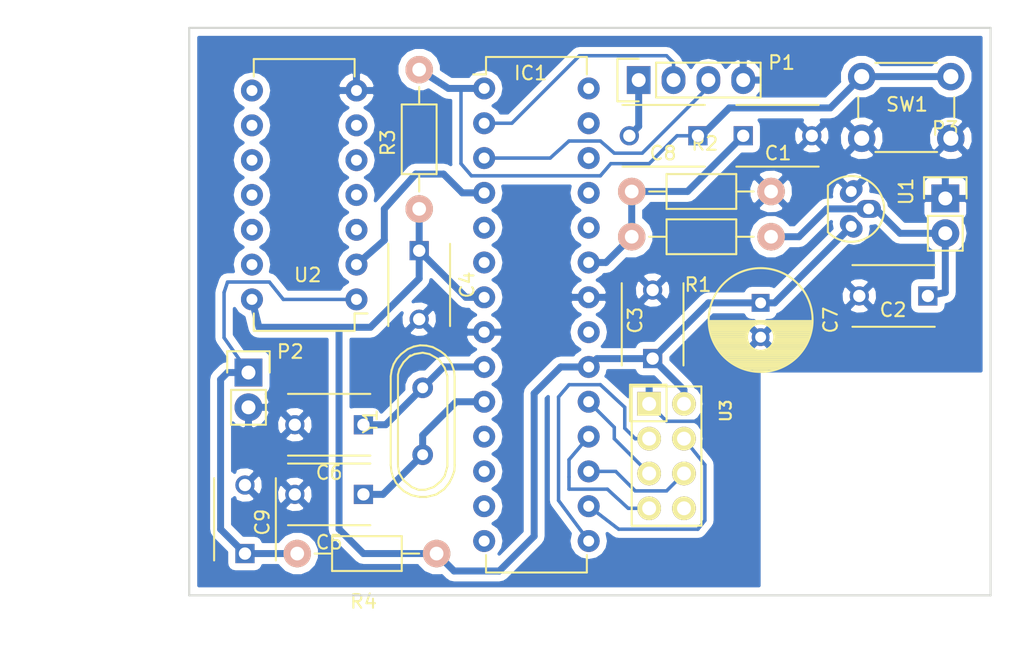
<source format=kicad_pcb>
(kicad_pcb (version 4) (host pcbnew 4.0.5+dfsg1-4~bpo8+1)

  (general
    (links 53)
    (no_connects 0)
    (area 124.968 98.552 188.079001 143.51312)
    (thickness 1.6)
    (drawings 7)
    (tracks 123)
    (zones 0)
    (modules 22)
    (nets 18)
  )

  (page A4)
  (layers
    (0 F.Cu signal)
    (31 B.Cu signal)
    (32 B.Adhes user)
    (33 F.Adhes user)
    (34 B.Paste user)
    (35 F.Paste user)
    (36 B.SilkS user)
    (37 F.SilkS user)
    (38 B.Mask user)
    (39 F.Mask user)
    (40 Dwgs.User user)
    (41 Cmts.User user)
    (42 Eco1.User user)
    (43 Eco2.User user)
    (44 Edge.Cuts user)
    (45 Margin user)
    (46 B.CrtYd user)
    (47 F.CrtYd user)
    (48 B.Fab user)
    (49 F.Fab user)
  )

  (setup
    (last_trace_width 0.25)
    (user_trace_width 0.254)
    (user_trace_width 0.508)
    (user_trace_width 0.762)
    (user_trace_width 1.016)
    (trace_clearance 0.2)
    (zone_clearance 0.508)
    (zone_45_only yes)
    (trace_min 0.2)
    (segment_width 0.2)
    (edge_width 0.15)
    (via_size 0.6)
    (via_drill 0.4)
    (via_min_size 0.4)
    (via_min_drill 0.3)
    (uvia_size 0.3)
    (uvia_drill 0.1)
    (uvias_allowed no)
    (uvia_min_size 0.2)
    (uvia_min_drill 0.1)
    (pcb_text_width 0.3)
    (pcb_text_size 1.5 1.5)
    (mod_edge_width 0.15)
    (mod_text_size 1 1)
    (mod_text_width 0.15)
    (pad_size 1.524 1.524)
    (pad_drill 0.762)
    (pad_to_mask_clearance 0.2)
    (aux_axis_origin 0 0)
    (visible_elements FFFFFF7F)
    (pcbplotparams
      (layerselection 0x00030_80000001)
      (usegerberextensions false)
      (excludeedgelayer true)
      (linewidth 0.100000)
      (plotframeref false)
      (viasonmask false)
      (mode 1)
      (useauxorigin false)
      (hpglpennumber 1)
      (hpglpenspeed 20)
      (hpglpendiameter 15)
      (hpglpenoverlay 2)
      (psnegative false)
      (psa4output false)
      (plotreference true)
      (plotvalue true)
      (plotinvisibletext false)
      (padsonsilk false)
      (subtractmaskfromsilk false)
      (outputformat 1)
      (mirror false)
      (drillshape 1)
      (scaleselection 1)
      (outputdirectory ""))
  )

  (net 0 "")
  (net 1 /VDET)
  (net 2 GND)
  (net 3 +3V3)
  (net 4 "Net-(C5-Pad1)")
  (net 5 "Net-(C6-Pad1)")
  (net 6 "Net-(C8-Pad1)")
  (net 7 /RST)
  (net 8 "Net-(C9-Pad1)")
  (net 9 /RX)
  (net 10 /TX)
  (net 11 "Net-(IC1-Pad4)")
  (net 12 /CE)
  (net 13 /CSN)
  (net 14 /MOSI)
  (net 15 /MISO)
  (net 16 /SCK)
  (net 17 "Net-(C2-Pad1)")

  (net_class Default "This is the default net class."
    (clearance 0.2)
    (trace_width 0.25)
    (via_dia 0.6)
    (via_drill 0.4)
    (uvia_dia 0.3)
    (uvia_drill 0.1)
    (add_net +3V3)
    (add_net /CE)
    (add_net /CSN)
    (add_net /MISO)
    (add_net /MOSI)
    (add_net /RST)
    (add_net /RX)
    (add_net /SCK)
    (add_net /TX)
    (add_net /VDET)
    (add_net GND)
    (add_net "Net-(C2-Pad1)")
    (add_net "Net-(C5-Pad1)")
    (add_net "Net-(C6-Pad1)")
    (add_net "Net-(C8-Pad1)")
    (add_net "Net-(C9-Pad1)")
    (add_net "Net-(IC1-Pad4)")
  )

  (module Pin_Headers:Pin_Header_Straight_1x04 (layer F.Cu) (tedit 58B721A1) (tstamp 58BDB031)
    (at 159.766 104.394 90)
    (descr "Through hole pin header")
    (tags "pin header")
    (path /58B5CA83)
    (fp_text reference P1 (at 1.27 10.414 180) (layer F.SilkS)
      (effects (font (size 1 1) (thickness 0.15)))
    )
    (fp_text value FTDI (at 2.794 4.064 180) (layer F.Fab)
      (effects (font (size 1 1) (thickness 0.15)))
    )
    (fp_line (start -1.75 -1.75) (end -1.75 9.4) (layer F.CrtYd) (width 0.05))
    (fp_line (start 1.75 -1.75) (end 1.75 9.4) (layer F.CrtYd) (width 0.05))
    (fp_line (start -1.75 -1.75) (end 1.75 -1.75) (layer F.CrtYd) (width 0.05))
    (fp_line (start -1.75 9.4) (end 1.75 9.4) (layer F.CrtYd) (width 0.05))
    (fp_line (start -1.27 1.27) (end -1.27 8.89) (layer F.SilkS) (width 0.15))
    (fp_line (start 1.27 1.27) (end 1.27 8.89) (layer F.SilkS) (width 0.15))
    (fp_line (start 1.55 -1.55) (end 1.55 0) (layer F.SilkS) (width 0.15))
    (fp_line (start -1.27 8.89) (end 1.27 8.89) (layer F.SilkS) (width 0.15))
    (fp_line (start 1.27 1.27) (end -1.27 1.27) (layer F.SilkS) (width 0.15))
    (fp_line (start -1.55 0) (end -1.55 -1.55) (layer F.SilkS) (width 0.15))
    (fp_line (start -1.55 -1.55) (end 1.55 -1.55) (layer F.SilkS) (width 0.15))
    (pad 1 thru_hole rect (at 0 0 90) (size 2.032 1.7272) (drill 1.016) (layers *.Cu *.Mask)
      (net 7 /RST))
    (pad 2 thru_hole oval (at 0 2.54 90) (size 2.032 1.7272) (drill 1.016) (layers *.Cu *.Mask)
      (net 9 /RX))
    (pad 3 thru_hole oval (at 0 5.08 90) (size 2.032 1.7272) (drill 1.016) (layers *.Cu *.Mask)
      (net 10 /TX))
    (pad 4 thru_hole oval (at 0 7.62 90) (size 2.032 1.7272) (drill 1.016) (layers *.Cu *.Mask)
      (net 2 GND))
    (model Pin_Headers.3dshapes/Pin_Header_Straight_1x04.wrl
      (at (xyz 0 -0.15 0))
      (scale (xyz 1 1 1))
      (rotate (xyz 0 0 90))
    )
  )

  (module Capacitors_ThroughHole:C_Disc_D6_P5 (layer F.Cu) (tedit 58B721FF) (tstamp 58BDAFD9)
    (at 167.386 108.458)
    (descr "Capacitor 6mm Disc, Pitch 5mm")
    (tags Capacitor)
    (path /58B5FD3A)
    (fp_text reference C1 (at 2.54 1.27) (layer F.SilkS)
      (effects (font (size 1 1) (thickness 0.15)))
    )
    (fp_text value 10n (at 2.54 -1.524) (layer F.Fab)
      (effects (font (size 1 1) (thickness 0.15)))
    )
    (fp_line (start -0.95 -2.5) (end 5.95 -2.5) (layer F.CrtYd) (width 0.05))
    (fp_line (start 5.95 -2.5) (end 5.95 2.5) (layer F.CrtYd) (width 0.05))
    (fp_line (start 5.95 2.5) (end -0.95 2.5) (layer F.CrtYd) (width 0.05))
    (fp_line (start -0.95 2.5) (end -0.95 -2.5) (layer F.CrtYd) (width 0.05))
    (fp_line (start -0.5 -2.25) (end 5.5 -2.25) (layer F.SilkS) (width 0.15))
    (fp_line (start 5.5 2.25) (end -0.5 2.25) (layer F.SilkS) (width 0.15))
    (pad 1 thru_hole rect (at 0 0) (size 1.4 1.4) (drill 0.9) (layers *.Cu *.Mask)
      (net 1 /VDET))
    (pad 2 thru_hole circle (at 5 0) (size 1.4 1.4) (drill 0.9) (layers *.Cu *.Mask)
      (net 2 GND))
    (model Capacitors_ThroughHole.3dshapes/C_Disc_D6_P5.wrl
      (at (xyz 0.0984252 0 0))
      (scale (xyz 1 1 1))
      (rotate (xyz 0 0 0))
    )
  )

  (module Capacitors_ThroughHole:C_Disc_D6_P5 (layer F.Cu) (tedit 58B72229) (tstamp 58BDAFDF)
    (at 180.848 120.142 180)
    (descr "Capacitor 6mm Disc, Pitch 5mm")
    (tags Capacitor)
    (path /58B5C2F1)
    (fp_text reference C2 (at 2.54 -1.016 180) (layer F.SilkS)
      (effects (font (size 1 1) (thickness 0.15)))
    )
    (fp_text value 1u (at 2.54 1.27 180) (layer F.Fab)
      (effects (font (size 1 1) (thickness 0.15)))
    )
    (fp_line (start -0.95 -2.5) (end 5.95 -2.5) (layer F.CrtYd) (width 0.05))
    (fp_line (start 5.95 -2.5) (end 5.95 2.5) (layer F.CrtYd) (width 0.05))
    (fp_line (start 5.95 2.5) (end -0.95 2.5) (layer F.CrtYd) (width 0.05))
    (fp_line (start -0.95 2.5) (end -0.95 -2.5) (layer F.CrtYd) (width 0.05))
    (fp_line (start -0.5 -2.25) (end 5.5 -2.25) (layer F.SilkS) (width 0.15))
    (fp_line (start 5.5 2.25) (end -0.5 2.25) (layer F.SilkS) (width 0.15))
    (pad 1 thru_hole rect (at 0 0 180) (size 1.4 1.4) (drill 0.9) (layers *.Cu *.Mask)
      (net 17 "Net-(C2-Pad1)"))
    (pad 2 thru_hole circle (at 5 0 180) (size 1.4 1.4) (drill 0.9) (layers *.Cu *.Mask)
      (net 2 GND))
    (model Capacitors_ThroughHole.3dshapes/C_Disc_D6_P5.wrl
      (at (xyz 0.0984252 0 0))
      (scale (xyz 1 1 1))
      (rotate (xyz 0 0 0))
    )
  )

  (module Capacitors_ThroughHole:C_Disc_D6_P5 (layer F.Cu) (tedit 58B72218) (tstamp 58BDAFE5)
    (at 160.782 124.714 90)
    (descr "Capacitor 6mm Disc, Pitch 5mm")
    (tags Capacitor)
    (path /58B5DD44)
    (fp_text reference C3 (at 2.794 -1.27 90) (layer F.SilkS)
      (effects (font (size 1 1) (thickness 0.15)))
    )
    (fp_text value 100n (at 2.54 1.016 90) (layer F.Fab)
      (effects (font (size 1 1) (thickness 0.15)))
    )
    (fp_line (start -0.95 -2.5) (end 5.95 -2.5) (layer F.CrtYd) (width 0.05))
    (fp_line (start 5.95 -2.5) (end 5.95 2.5) (layer F.CrtYd) (width 0.05))
    (fp_line (start 5.95 2.5) (end -0.95 2.5) (layer F.CrtYd) (width 0.05))
    (fp_line (start -0.95 2.5) (end -0.95 -2.5) (layer F.CrtYd) (width 0.05))
    (fp_line (start -0.5 -2.25) (end 5.5 -2.25) (layer F.SilkS) (width 0.15))
    (fp_line (start 5.5 2.25) (end -0.5 2.25) (layer F.SilkS) (width 0.15))
    (pad 1 thru_hole rect (at 0 0 90) (size 1.4 1.4) (drill 0.9) (layers *.Cu *.Mask)
      (net 3 +3V3))
    (pad 2 thru_hole circle (at 5 0 90) (size 1.4 1.4) (drill 0.9) (layers *.Cu *.Mask)
      (net 2 GND))
    (model Capacitors_ThroughHole.3dshapes/C_Disc_D6_P5.wrl
      (at (xyz 0.0984252 0 0))
      (scale (xyz 1 1 1))
      (rotate (xyz 0 0 0))
    )
  )

  (module Capacitors_ThroughHole:C_Disc_D6_P5 (layer F.Cu) (tedit 58B7210F) (tstamp 58BDAFEB)
    (at 143.764 116.84 270)
    (descr "Capacitor 6mm Disc, Pitch 5mm")
    (tags Capacitor)
    (path /58B5C38A)
    (fp_text reference C4 (at 2.5 -3.5 270) (layer F.SilkS)
      (effects (font (size 1 1) (thickness 0.15)))
    )
    (fp_text value 100n (at 2.54 1.524 270) (layer F.Fab)
      (effects (font (size 1 1) (thickness 0.15)))
    )
    (fp_line (start -0.95 -2.5) (end 5.95 -2.5) (layer F.CrtYd) (width 0.05))
    (fp_line (start 5.95 -2.5) (end 5.95 2.5) (layer F.CrtYd) (width 0.05))
    (fp_line (start 5.95 2.5) (end -0.95 2.5) (layer F.CrtYd) (width 0.05))
    (fp_line (start -0.95 2.5) (end -0.95 -2.5) (layer F.CrtYd) (width 0.05))
    (fp_line (start -0.5 -2.25) (end 5.5 -2.25) (layer F.SilkS) (width 0.15))
    (fp_line (start 5.5 2.25) (end -0.5 2.25) (layer F.SilkS) (width 0.15))
    (pad 1 thru_hole rect (at 0 0 270) (size 1.4 1.4) (drill 0.9) (layers *.Cu *.Mask)
      (net 3 +3V3))
    (pad 2 thru_hole circle (at 5 0 270) (size 1.4 1.4) (drill 0.9) (layers *.Cu *.Mask)
      (net 2 GND))
    (model Capacitors_ThroughHole.3dshapes/C_Disc_D6_P5.wrl
      (at (xyz 0.0984252 0 0))
      (scale (xyz 1 1 1))
      (rotate (xyz 0 0 0))
    )
  )

  (module Capacitors_ThroughHole:C_Disc_D6_P5 (layer F.Cu) (tedit 58B720F8) (tstamp 58BDAFF1)
    (at 139.7 134.62 180)
    (descr "Capacitor 6mm Disc, Pitch 5mm")
    (tags Capacitor)
    (path /58B5C1D1)
    (fp_text reference C5 (at 2.5 -3.5 180) (layer F.SilkS)
      (effects (font (size 1 1) (thickness 0.15)))
    )
    (fp_text value 22p (at 2.54 -1.016 180) (layer F.Fab)
      (effects (font (size 1 1) (thickness 0.15)))
    )
    (fp_line (start -0.95 -2.5) (end 5.95 -2.5) (layer F.CrtYd) (width 0.05))
    (fp_line (start 5.95 -2.5) (end 5.95 2.5) (layer F.CrtYd) (width 0.05))
    (fp_line (start 5.95 2.5) (end -0.95 2.5) (layer F.CrtYd) (width 0.05))
    (fp_line (start -0.95 2.5) (end -0.95 -2.5) (layer F.CrtYd) (width 0.05))
    (fp_line (start -0.5 -2.25) (end 5.5 -2.25) (layer F.SilkS) (width 0.15))
    (fp_line (start 5.5 2.25) (end -0.5 2.25) (layer F.SilkS) (width 0.15))
    (pad 1 thru_hole rect (at 0 0 180) (size 1.4 1.4) (drill 0.9) (layers *.Cu *.Mask)
      (net 4 "Net-(C5-Pad1)"))
    (pad 2 thru_hole circle (at 5 0 180) (size 1.4 1.4) (drill 0.9) (layers *.Cu *.Mask)
      (net 2 GND))
    (model Capacitors_ThroughHole.3dshapes/C_Disc_D6_P5.wrl
      (at (xyz 0.0984252 0 0))
      (scale (xyz 1 1 1))
      (rotate (xyz 0 0 0))
    )
  )

  (module Capacitors_ThroughHole:C_Disc_D6_P5 (layer F.Cu) (tedit 58B720FE) (tstamp 58BDAFF7)
    (at 139.7 129.54 180)
    (descr "Capacitor 6mm Disc, Pitch 5mm")
    (tags Capacitor)
    (path /58B5C274)
    (fp_text reference C6 (at 2.5 -3.5 180) (layer F.SilkS)
      (effects (font (size 1 1) (thickness 0.15)))
    )
    (fp_text value 22p (at 2.54 -1.016 180) (layer F.Fab)
      (effects (font (size 1 1) (thickness 0.15)))
    )
    (fp_line (start -0.95 -2.5) (end 5.95 -2.5) (layer F.CrtYd) (width 0.05))
    (fp_line (start 5.95 -2.5) (end 5.95 2.5) (layer F.CrtYd) (width 0.05))
    (fp_line (start 5.95 2.5) (end -0.95 2.5) (layer F.CrtYd) (width 0.05))
    (fp_line (start -0.95 2.5) (end -0.95 -2.5) (layer F.CrtYd) (width 0.05))
    (fp_line (start -0.5 -2.25) (end 5.5 -2.25) (layer F.SilkS) (width 0.15))
    (fp_line (start 5.5 2.25) (end -0.5 2.25) (layer F.SilkS) (width 0.15))
    (pad 1 thru_hole rect (at 0 0 180) (size 1.4 1.4) (drill 0.9) (layers *.Cu *.Mask)
      (net 5 "Net-(C6-Pad1)"))
    (pad 2 thru_hole circle (at 5 0 180) (size 1.4 1.4) (drill 0.9) (layers *.Cu *.Mask)
      (net 2 GND))
    (model Capacitors_ThroughHole.3dshapes/C_Disc_D6_P5.wrl
      (at (xyz 0.0984252 0 0))
      (scale (xyz 1 1 1))
      (rotate (xyz 0 0 0))
    )
  )

  (module Capacitors_ThroughHole:C_Disc_D6_P5 (layer F.Cu) (tedit 58B721F0) (tstamp 58BDB003)
    (at 164.084 108.458 180)
    (descr "Capacitor 6mm Disc, Pitch 5mm")
    (tags Capacitor)
    (path /58B5DEE0)
    (fp_text reference C8 (at 2.54 -1.27 180) (layer F.SilkS)
      (effects (font (size 1 1) (thickness 0.15)))
    )
    (fp_text value 100n (at 2.54 1.524 180) (layer F.Fab)
      (effects (font (size 1 1) (thickness 0.15)))
    )
    (fp_line (start -0.95 -2.5) (end 5.95 -2.5) (layer F.CrtYd) (width 0.05))
    (fp_line (start 5.95 -2.5) (end 5.95 2.5) (layer F.CrtYd) (width 0.05))
    (fp_line (start 5.95 2.5) (end -0.95 2.5) (layer F.CrtYd) (width 0.05))
    (fp_line (start -0.95 2.5) (end -0.95 -2.5) (layer F.CrtYd) (width 0.05))
    (fp_line (start -0.5 -2.25) (end 5.5 -2.25) (layer F.SilkS) (width 0.15))
    (fp_line (start 5.5 2.25) (end -0.5 2.25) (layer F.SilkS) (width 0.15))
    (pad 1 thru_hole rect (at 0 0 180) (size 1.4 1.4) (drill 0.9) (layers *.Cu *.Mask)
      (net 6 "Net-(C8-Pad1)"))
    (pad 2 thru_hole circle (at 5 0 180) (size 1.4 1.4) (drill 0.9) (layers *.Cu *.Mask)
      (net 7 /RST))
    (model Capacitors_ThroughHole.3dshapes/C_Disc_D6_P5.wrl
      (at (xyz 0.0984252 0 0))
      (scale (xyz 1 1 1))
      (rotate (xyz 0 0 0))
    )
  )

  (module Capacitors_ThroughHole:C_Disc_D6_P5 (layer F.Cu) (tedit 58B73AFC) (tstamp 58BDB009)
    (at 131.064 138.938 90)
    (descr "Capacitor 6mm Disc, Pitch 5mm")
    (tags Capacitor)
    (path /58B5C880)
    (fp_text reference C9 (at 2.286 1.27 90) (layer F.SilkS)
      (effects (font (size 1 1) (thickness 0.15)))
    )
    (fp_text value 10n (at 2.286 -1.778 90) (layer F.Fab)
      (effects (font (size 1 1) (thickness 0.15)))
    )
    (fp_line (start -0.95 -2.5) (end 5.95 -2.5) (layer F.CrtYd) (width 0.05))
    (fp_line (start 5.95 -2.5) (end 5.95 2.5) (layer F.CrtYd) (width 0.05))
    (fp_line (start 5.95 2.5) (end -0.95 2.5) (layer F.CrtYd) (width 0.05))
    (fp_line (start -0.95 2.5) (end -0.95 -2.5) (layer F.CrtYd) (width 0.05))
    (fp_line (start -0.5 -2.25) (end 5.5 -2.25) (layer F.SilkS) (width 0.15))
    (fp_line (start 5.5 2.25) (end -0.5 2.25) (layer F.SilkS) (width 0.15))
    (pad 1 thru_hole rect (at 0 0 90) (size 1.4 1.4) (drill 0.9) (layers *.Cu *.Mask)
      (net 8 "Net-(C9-Pad1)"))
    (pad 2 thru_hole circle (at 5 0 90) (size 1.4 1.4) (drill 0.9) (layers *.Cu *.Mask)
      (net 2 GND))
    (model Capacitors_ThroughHole.3dshapes/C_Disc_D6_P5.wrl
      (at (xyz 0.0984252 0 0))
      (scale (xyz 1 1 1))
      (rotate (xyz 0 0 0))
    )
  )

  (module Housings_DIP:DIP-28_W7.62mm (layer F.Cu) (tedit 58B7218C) (tstamp 58BDB029)
    (at 148.5011 105.0036)
    (descr "28-lead dip package, row spacing 7.62 mm (300 mils)")
    (tags "dil dip 2.54 300")
    (path /58B5BDC2)
    (fp_text reference IC1 (at 3.3909 -1.1176) (layer F.SilkS)
      (effects (font (size 1 1) (thickness 0.15)))
    )
    (fp_text value ATMEGA328P-P (at 3.1369 17.1704 90) (layer F.Fab)
      (effects (font (size 1 1) (thickness 0.15)))
    )
    (fp_line (start -1.05 -2.45) (end -1.05 35.5) (layer F.CrtYd) (width 0.05))
    (fp_line (start 8.65 -2.45) (end 8.65 35.5) (layer F.CrtYd) (width 0.05))
    (fp_line (start -1.05 -2.45) (end 8.65 -2.45) (layer F.CrtYd) (width 0.05))
    (fp_line (start -1.05 35.5) (end 8.65 35.5) (layer F.CrtYd) (width 0.05))
    (fp_line (start 0.135 -2.295) (end 0.135 -1.025) (layer F.SilkS) (width 0.15))
    (fp_line (start 7.485 -2.295) (end 7.485 -1.025) (layer F.SilkS) (width 0.15))
    (fp_line (start 7.485 35.315) (end 7.485 34.045) (layer F.SilkS) (width 0.15))
    (fp_line (start 0.135 35.315) (end 0.135 34.045) (layer F.SilkS) (width 0.15))
    (fp_line (start 0.135 -2.295) (end 7.485 -2.295) (layer F.SilkS) (width 0.15))
    (fp_line (start 0.135 35.315) (end 7.485 35.315) (layer F.SilkS) (width 0.15))
    (fp_line (start 0.135 -1.025) (end -0.8 -1.025) (layer F.SilkS) (width 0.15))
    (pad 1 thru_hole oval (at 0 0) (size 1.6 1.6) (drill 0.8) (layers *.Cu *.Mask)
      (net 6 "Net-(C8-Pad1)"))
    (pad 2 thru_hole oval (at 0 2.54) (size 1.6 1.6) (drill 0.8) (layers *.Cu *.Mask)
      (net 9 /RX))
    (pad 3 thru_hole oval (at 0 5.08) (size 1.6 1.6) (drill 0.8) (layers *.Cu *.Mask)
      (net 10 /TX))
    (pad 4 thru_hole oval (at 0 7.62) (size 1.6 1.6) (drill 0.8) (layers *.Cu *.Mask)
      (net 11 "Net-(IC1-Pad4)"))
    (pad 5 thru_hole oval (at 0 10.16) (size 1.6 1.6) (drill 0.8) (layers *.Cu *.Mask))
    (pad 6 thru_hole oval (at 0 12.7) (size 1.6 1.6) (drill 0.8) (layers *.Cu *.Mask))
    (pad 7 thru_hole oval (at 0 15.24) (size 1.6 1.6) (drill 0.8) (layers *.Cu *.Mask)
      (net 3 +3V3))
    (pad 8 thru_hole oval (at 0 17.78) (size 1.6 1.6) (drill 0.8) (layers *.Cu *.Mask)
      (net 2 GND))
    (pad 9 thru_hole oval (at 0 20.32) (size 1.6 1.6) (drill 0.8) (layers *.Cu *.Mask)
      (net 5 "Net-(C6-Pad1)"))
    (pad 10 thru_hole oval (at 0 22.86) (size 1.6 1.6) (drill 0.8) (layers *.Cu *.Mask)
      (net 4 "Net-(C5-Pad1)"))
    (pad 11 thru_hole oval (at 0 25.4) (size 1.6 1.6) (drill 0.8) (layers *.Cu *.Mask))
    (pad 12 thru_hole oval (at 0 27.94) (size 1.6 1.6) (drill 0.8) (layers *.Cu *.Mask))
    (pad 13 thru_hole oval (at 0 30.48) (size 1.6 1.6) (drill 0.8) (layers *.Cu *.Mask))
    (pad 14 thru_hole oval (at 0 33.02) (size 1.6 1.6) (drill 0.8) (layers *.Cu *.Mask))
    (pad 15 thru_hole oval (at 7.62 33.02) (size 1.6 1.6) (drill 0.8) (layers *.Cu *.Mask)
      (net 12 /CE))
    (pad 16 thru_hole oval (at 7.62 30.48) (size 1.6 1.6) (drill 0.8) (layers *.Cu *.Mask)
      (net 13 /CSN))
    (pad 17 thru_hole oval (at 7.62 27.94) (size 1.6 1.6) (drill 0.8) (layers *.Cu *.Mask)
      (net 14 /MOSI))
    (pad 18 thru_hole oval (at 7.62 25.4) (size 1.6 1.6) (drill 0.8) (layers *.Cu *.Mask)
      (net 15 /MISO))
    (pad 19 thru_hole oval (at 7.62 22.86) (size 1.6 1.6) (drill 0.8) (layers *.Cu *.Mask)
      (net 16 /SCK))
    (pad 20 thru_hole oval (at 7.62 20.32) (size 1.6 1.6) (drill 0.8) (layers *.Cu *.Mask)
      (net 3 +3V3))
    (pad 21 thru_hole oval (at 7.62 17.78) (size 1.6 1.6) (drill 0.8) (layers *.Cu *.Mask))
    (pad 22 thru_hole oval (at 7.62 15.24) (size 1.6 1.6) (drill 0.8) (layers *.Cu *.Mask)
      (net 2 GND))
    (pad 23 thru_hole oval (at 7.62 12.7) (size 1.6 1.6) (drill 0.8) (layers *.Cu *.Mask)
      (net 1 /VDET))
    (pad 24 thru_hole oval (at 7.62 10.16) (size 1.6 1.6) (drill 0.8) (layers *.Cu *.Mask))
    (pad 25 thru_hole oval (at 7.62 7.62) (size 1.6 1.6) (drill 0.8) (layers *.Cu *.Mask))
    (pad 26 thru_hole oval (at 7.62 5.08) (size 1.6 1.6) (drill 0.8) (layers *.Cu *.Mask))
    (pad 27 thru_hole oval (at 7.62 2.54) (size 1.6 1.6) (drill 0.8) (layers *.Cu *.Mask))
    (pad 28 thru_hole oval (at 7.62 0) (size 1.6 1.6) (drill 0.8) (layers *.Cu *.Mask))
    (model Housings_DIP.3dshapes/DIP-28_W7.62mm.wrl
      (at (xyz 0 0 0))
      (scale (xyz 1 1 1))
      (rotate (xyz 0 0 0))
    )
  )

  (module Pin_Headers:Pin_Header_Straight_1x02 (layer F.Cu) (tedit 58B7212B) (tstamp 58BDB037)
    (at 131.318 125.73)
    (descr "Through hole pin header")
    (tags "pin header")
    (path /58B5E59C)
    (fp_text reference P2 (at 3.048 -1.524) (layer F.SilkS)
      (effects (font (size 1 1) (thickness 0.15)))
    )
    (fp_text value "Reed sensor" (at -3.302 1.016 90) (layer F.Fab)
      (effects (font (size 1 1) (thickness 0.15)))
    )
    (fp_line (start 1.27 1.27) (end 1.27 3.81) (layer F.SilkS) (width 0.15))
    (fp_line (start 1.55 -1.55) (end 1.55 0) (layer F.SilkS) (width 0.15))
    (fp_line (start -1.75 -1.75) (end -1.75 4.3) (layer F.CrtYd) (width 0.05))
    (fp_line (start 1.75 -1.75) (end 1.75 4.3) (layer F.CrtYd) (width 0.05))
    (fp_line (start -1.75 -1.75) (end 1.75 -1.75) (layer F.CrtYd) (width 0.05))
    (fp_line (start -1.75 4.3) (end 1.75 4.3) (layer F.CrtYd) (width 0.05))
    (fp_line (start 1.27 1.27) (end -1.27 1.27) (layer F.SilkS) (width 0.15))
    (fp_line (start -1.55 0) (end -1.55 -1.55) (layer F.SilkS) (width 0.15))
    (fp_line (start -1.55 -1.55) (end 1.55 -1.55) (layer F.SilkS) (width 0.15))
    (fp_line (start -1.27 1.27) (end -1.27 3.81) (layer F.SilkS) (width 0.15))
    (fp_line (start -1.27 3.81) (end 1.27 3.81) (layer F.SilkS) (width 0.15))
    (pad 1 thru_hole rect (at 0 0) (size 2.032 2.032) (drill 1.016) (layers *.Cu *.Mask)
      (net 8 "Net-(C9-Pad1)"))
    (pad 2 thru_hole oval (at 0 2.54) (size 2.032 2.032) (drill 1.016) (layers *.Cu *.Mask)
      (net 2 GND))
    (model Pin_Headers.3dshapes/Pin_Header_Straight_1x02.wrl
      (at (xyz 0 -0.05 0))
      (scale (xyz 1 1 1))
      (rotate (xyz 0 0 90))
    )
  )

  (module Resistors_ThroughHole:Resistor_Horizontal_RM10mm (layer F.Cu) (tedit 58B72173) (tstamp 58BDB03D)
    (at 169.418 115.824 180)
    (descr "Resistor, Axial,  RM 10mm, 1/3W")
    (tags "Resistor Axial RM 10mm 1/3W")
    (path /58B5FC66)
    (fp_text reference R1 (at 5.32892 -3.50012 180) (layer F.SilkS)
      (effects (font (size 1 1) (thickness 0.15)))
    )
    (fp_text value 1M (at 4.826 0 180) (layer F.Fab)
      (effects (font (size 1 1) (thickness 0.15)))
    )
    (fp_line (start -1.25 -1.5) (end 11.4 -1.5) (layer F.CrtYd) (width 0.05))
    (fp_line (start -1.25 1.5) (end -1.25 -1.5) (layer F.CrtYd) (width 0.05))
    (fp_line (start 11.4 -1.5) (end 11.4 1.5) (layer F.CrtYd) (width 0.05))
    (fp_line (start -1.25 1.5) (end 11.4 1.5) (layer F.CrtYd) (width 0.05))
    (fp_line (start 2.54 -1.27) (end 7.62 -1.27) (layer F.SilkS) (width 0.15))
    (fp_line (start 7.62 -1.27) (end 7.62 1.27) (layer F.SilkS) (width 0.15))
    (fp_line (start 7.62 1.27) (end 2.54 1.27) (layer F.SilkS) (width 0.15))
    (fp_line (start 2.54 1.27) (end 2.54 -1.27) (layer F.SilkS) (width 0.15))
    (fp_line (start 2.54 0) (end 1.27 0) (layer F.SilkS) (width 0.15))
    (fp_line (start 7.62 0) (end 8.89 0) (layer F.SilkS) (width 0.15))
    (pad 1 thru_hole circle (at 0 0 180) (size 1.99898 1.99898) (drill 1.00076) (layers *.Cu *.SilkS *.Mask)
      (net 17 "Net-(C2-Pad1)"))
    (pad 2 thru_hole circle (at 10.16 0 180) (size 1.99898 1.99898) (drill 1.00076) (layers *.Cu *.SilkS *.Mask)
      (net 1 /VDET))
    (model Resistors_ThroughHole.3dshapes/Resistor_Horizontal_RM10mm.wrl
      (at (xyz 0.2 0 0))
      (scale (xyz 0.4 0.4 0.4))
      (rotate (xyz 0 0 0))
    )
  )

  (module Resistors_ThroughHole:Resistor_Horizontal_RM10mm (layer F.Cu) (tedit 58B72179) (tstamp 58BDB043)
    (at 159.258 112.522)
    (descr "Resistor, Axial,  RM 10mm, 1/3W")
    (tags "Resistor Axial RM 10mm 1/3W")
    (path /58B5FCE0)
    (fp_text reference R2 (at 5.32892 -3.50012) (layer F.SilkS)
      (effects (font (size 1 1) (thickness 0.15)))
    )
    (fp_text value 270k (at 5.334 0) (layer F.Fab)
      (effects (font (size 1 1) (thickness 0.15)))
    )
    (fp_line (start -1.25 -1.5) (end 11.4 -1.5) (layer F.CrtYd) (width 0.05))
    (fp_line (start -1.25 1.5) (end -1.25 -1.5) (layer F.CrtYd) (width 0.05))
    (fp_line (start 11.4 -1.5) (end 11.4 1.5) (layer F.CrtYd) (width 0.05))
    (fp_line (start -1.25 1.5) (end 11.4 1.5) (layer F.CrtYd) (width 0.05))
    (fp_line (start 2.54 -1.27) (end 7.62 -1.27) (layer F.SilkS) (width 0.15))
    (fp_line (start 7.62 -1.27) (end 7.62 1.27) (layer F.SilkS) (width 0.15))
    (fp_line (start 7.62 1.27) (end 2.54 1.27) (layer F.SilkS) (width 0.15))
    (fp_line (start 2.54 1.27) (end 2.54 -1.27) (layer F.SilkS) (width 0.15))
    (fp_line (start 2.54 0) (end 1.27 0) (layer F.SilkS) (width 0.15))
    (fp_line (start 7.62 0) (end 8.89 0) (layer F.SilkS) (width 0.15))
    (pad 1 thru_hole circle (at 0 0) (size 1.99898 1.99898) (drill 1.00076) (layers *.Cu *.SilkS *.Mask)
      (net 1 /VDET))
    (pad 2 thru_hole circle (at 10.16 0) (size 1.99898 1.99898) (drill 1.00076) (layers *.Cu *.SilkS *.Mask)
      (net 2 GND))
    (model Resistors_ThroughHole.3dshapes/Resistor_Horizontal_RM10mm.wrl
      (at (xyz 0.2 0 0))
      (scale (xyz 0.4 0.4 0.4))
      (rotate (xyz 0 0 0))
    )
  )

  (module Resistors_ThroughHole:Resistor_Horizontal_RM10mm (layer F.Cu) (tedit 58B7276F) (tstamp 58BDB049)
    (at 143.764 113.792 90)
    (descr "Resistor, Axial,  RM 10mm, 1/3W")
    (tags "Resistor Axial RM 10mm 1/3W")
    (path /58B5C164)
    (fp_text reference R3 (at 4.826 -2.286 90) (layer F.SilkS)
      (effects (font (size 1 1) (thickness 0.15)))
    )
    (fp_text value 10k (at 5.08 0 90) (layer F.Fab)
      (effects (font (size 1 1) (thickness 0.15)))
    )
    (fp_line (start -1.25 -1.5) (end 11.4 -1.5) (layer F.CrtYd) (width 0.05))
    (fp_line (start -1.25 1.5) (end -1.25 -1.5) (layer F.CrtYd) (width 0.05))
    (fp_line (start 11.4 -1.5) (end 11.4 1.5) (layer F.CrtYd) (width 0.05))
    (fp_line (start -1.25 1.5) (end 11.4 1.5) (layer F.CrtYd) (width 0.05))
    (fp_line (start 2.54 -1.27) (end 7.62 -1.27) (layer F.SilkS) (width 0.15))
    (fp_line (start 7.62 -1.27) (end 7.62 1.27) (layer F.SilkS) (width 0.15))
    (fp_line (start 7.62 1.27) (end 2.54 1.27) (layer F.SilkS) (width 0.15))
    (fp_line (start 2.54 1.27) (end 2.54 -1.27) (layer F.SilkS) (width 0.15))
    (fp_line (start 2.54 0) (end 1.27 0) (layer F.SilkS) (width 0.15))
    (fp_line (start 7.62 0) (end 8.89 0) (layer F.SilkS) (width 0.15))
    (pad 1 thru_hole circle (at 0 0 90) (size 1.99898 1.99898) (drill 1.00076) (layers *.Cu *.SilkS *.Mask)
      (net 3 +3V3))
    (pad 2 thru_hole circle (at 10.16 0 90) (size 1.99898 1.99898) (drill 1.00076) (layers *.Cu *.SilkS *.Mask)
      (net 6 "Net-(C8-Pad1)"))
    (model Resistors_ThroughHole.3dshapes/Resistor_Horizontal_RM10mm.wrl
      (at (xyz 0.2 0 0))
      (scale (xyz 0.4 0.4 0.4))
      (rotate (xyz 0 0 0))
    )
  )

  (module Resistors_ThroughHole:Resistor_Horizontal_RM10mm (layer F.Cu) (tedit 58B720E9) (tstamp 58BDB04F)
    (at 145.034 138.938 180)
    (descr "Resistor, Axial,  RM 10mm, 1/3W")
    (tags "Resistor Axial RM 10mm 1/3W")
    (path /58B5C819)
    (fp_text reference R4 (at 5.32892 -3.50012 180) (layer F.SilkS)
      (effects (font (size 1 1) (thickness 0.15)))
    )
    (fp_text value 10k (at 5.08 0 180) (layer F.Fab)
      (effects (font (size 1 1) (thickness 0.15)))
    )
    (fp_line (start -1.25 -1.5) (end 11.4 -1.5) (layer F.CrtYd) (width 0.05))
    (fp_line (start -1.25 1.5) (end -1.25 -1.5) (layer F.CrtYd) (width 0.05))
    (fp_line (start 11.4 -1.5) (end 11.4 1.5) (layer F.CrtYd) (width 0.05))
    (fp_line (start -1.25 1.5) (end 11.4 1.5) (layer F.CrtYd) (width 0.05))
    (fp_line (start 2.54 -1.27) (end 7.62 -1.27) (layer F.SilkS) (width 0.15))
    (fp_line (start 7.62 -1.27) (end 7.62 1.27) (layer F.SilkS) (width 0.15))
    (fp_line (start 7.62 1.27) (end 2.54 1.27) (layer F.SilkS) (width 0.15))
    (fp_line (start 2.54 1.27) (end 2.54 -1.27) (layer F.SilkS) (width 0.15))
    (fp_line (start 2.54 0) (end 1.27 0) (layer F.SilkS) (width 0.15))
    (fp_line (start 7.62 0) (end 8.89 0) (layer F.SilkS) (width 0.15))
    (pad 1 thru_hole circle (at 0 0 180) (size 1.99898 1.99898) (drill 1.00076) (layers *.Cu *.SilkS *.Mask)
      (net 3 +3V3))
    (pad 2 thru_hole circle (at 10.16 0 180) (size 1.99898 1.99898) (drill 1.00076) (layers *.Cu *.SilkS *.Mask)
      (net 8 "Net-(C9-Pad1)"))
    (model Resistors_ThroughHole.3dshapes/Resistor_Horizontal_RM10mm.wrl
      (at (xyz 0.2 0 0))
      (scale (xyz 0.4 0.4 0.4))
      (rotate (xyz 0 0 0))
    )
  )

  (module Buttons_Switches_ThroughHole:SW_PUSH_6mm_h13mm (layer F.Cu) (tedit 58B7214D) (tstamp 58BDB057)
    (at 176.022 104.14)
    (descr "tactile push button, 6x6mm e.g. PHAP33xx series, height=13mm")
    (tags "tact sw push 6mm")
    (path /58B5C60D)
    (fp_text reference SW1 (at 3.302 2.032) (layer F.SilkS)
      (effects (font (size 1 1) (thickness 0.15)))
    )
    (fp_text value "Reset btn" (at 3.302 -2.54) (layer F.Fab)
      (effects (font (size 1 1) (thickness 0.15)))
    )
    (fp_line (start 3.25 -0.75) (end 6.25 -0.75) (layer F.Fab) (width 0.1))
    (fp_line (start 6.25 -0.75) (end 6.25 5.25) (layer F.Fab) (width 0.1))
    (fp_line (start 6.25 5.25) (end 0.25 5.25) (layer F.Fab) (width 0.1))
    (fp_line (start 0.25 5.25) (end 0.25 -0.75) (layer F.Fab) (width 0.1))
    (fp_line (start 0.25 -0.75) (end 3.25 -0.75) (layer F.Fab) (width 0.1))
    (fp_line (start 7.75 6) (end 8 6) (layer F.CrtYd) (width 0.05))
    (fp_line (start 8 6) (end 8 5.75) (layer F.CrtYd) (width 0.05))
    (fp_line (start 7.75 -1.5) (end 8 -1.5) (layer F.CrtYd) (width 0.05))
    (fp_line (start 8 -1.5) (end 8 -1.25) (layer F.CrtYd) (width 0.05))
    (fp_line (start -1.5 -1.25) (end -1.5 -1.5) (layer F.CrtYd) (width 0.05))
    (fp_line (start -1.5 -1.5) (end -1.25 -1.5) (layer F.CrtYd) (width 0.05))
    (fp_line (start -1.5 5.75) (end -1.5 6) (layer F.CrtYd) (width 0.05))
    (fp_line (start -1.5 6) (end -1.25 6) (layer F.CrtYd) (width 0.05))
    (fp_line (start -1.25 -1.5) (end 7.75 -1.5) (layer F.CrtYd) (width 0.05))
    (fp_line (start -1.5 5.75) (end -1.5 -1.25) (layer F.CrtYd) (width 0.05))
    (fp_line (start 7.75 6) (end -1.25 6) (layer F.CrtYd) (width 0.05))
    (fp_line (start 8 -1.25) (end 8 5.75) (layer F.CrtYd) (width 0.05))
    (fp_line (start 1 5.5) (end 5.5 5.5) (layer F.SilkS) (width 0.15))
    (fp_line (start -0.25 1.5) (end -0.25 3) (layer F.SilkS) (width 0.15))
    (fp_line (start 5.5 -1) (end 1 -1) (layer F.SilkS) (width 0.15))
    (fp_line (start 6.75 3) (end 6.75 1.5) (layer F.SilkS) (width 0.15))
    (fp_circle (center 3.25 2.25) (end 1.25 2.5) (layer F.Fab) (width 0.1))
    (pad 2 thru_hole circle (at 0 4.5 90) (size 2 2) (drill 1.1) (layers *.Cu *.Mask)
      (net 2 GND))
    (pad 1 thru_hole circle (at 0 0 90) (size 2 2) (drill 1.1) (layers *.Cu *.Mask)
      (net 6 "Net-(C8-Pad1)"))
    (pad 2 thru_hole circle (at 6.5 4.5 90) (size 2 2) (drill 1.1) (layers *.Cu *.Mask)
      (net 2 GND))
    (pad 1 thru_hole circle (at 6.5 0 90) (size 2 2) (drill 1.1) (layers *.Cu *.Mask)
      (net 6 "Net-(C8-Pad1)"))
    (model Buttons_Switches_ThroughHole.3dshapes/SW_PUSH_6mm_h13mm.wrl
      (at (xyz 0.005 0 0))
      (scale (xyz 0.3937 0.3937 0.3937))
      (rotate (xyz 0 0 0))
    )
  )

  (module Housings_DIP:DIP-14_W7.62mm (layer F.Cu) (tedit 58B72120) (tstamp 58BDB072)
    (at 139.192 120.396 180)
    (descr "14-lead dip package, row spacing 7.62 mm (300 mils)")
    (tags "dil dip 2.54 300")
    (path /58B5C6A6)
    (fp_text reference U2 (at 3.556 1.778 180) (layer F.SilkS)
      (effects (font (size 1 1) (thickness 0.15)))
    )
    (fp_text value 74HC14 (at 3.556 7.112 270) (layer F.Fab)
      (effects (font (size 1 1) (thickness 0.15)))
    )
    (fp_line (start -1.05 -2.45) (end -1.05 17.7) (layer F.CrtYd) (width 0.05))
    (fp_line (start 8.65 -2.45) (end 8.65 17.7) (layer F.CrtYd) (width 0.05))
    (fp_line (start -1.05 -2.45) (end 8.65 -2.45) (layer F.CrtYd) (width 0.05))
    (fp_line (start -1.05 17.7) (end 8.65 17.7) (layer F.CrtYd) (width 0.05))
    (fp_line (start 0.135 -2.295) (end 0.135 -1.025) (layer F.SilkS) (width 0.15))
    (fp_line (start 7.485 -2.295) (end 7.485 -1.025) (layer F.SilkS) (width 0.15))
    (fp_line (start 7.485 17.535) (end 7.485 16.265) (layer F.SilkS) (width 0.15))
    (fp_line (start 0.135 17.535) (end 0.135 16.265) (layer F.SilkS) (width 0.15))
    (fp_line (start 0.135 -2.295) (end 7.485 -2.295) (layer F.SilkS) (width 0.15))
    (fp_line (start 0.135 17.535) (end 7.485 17.535) (layer F.SilkS) (width 0.15))
    (fp_line (start 0.135 -1.025) (end -0.8 -1.025) (layer F.SilkS) (width 0.15))
    (pad 1 thru_hole oval (at 0 0 180) (size 1.6 1.6) (drill 0.8) (layers *.Cu *.Mask)
      (net 8 "Net-(C9-Pad1)"))
    (pad 2 thru_hole oval (at 0 2.54 180) (size 1.6 1.6) (drill 0.8) (layers *.Cu *.Mask)
      (net 11 "Net-(IC1-Pad4)"))
    (pad 3 thru_hole oval (at 0 5.08 180) (size 1.6 1.6) (drill 0.8) (layers *.Cu *.Mask))
    (pad 4 thru_hole oval (at 0 7.62 180) (size 1.6 1.6) (drill 0.8) (layers *.Cu *.Mask))
    (pad 5 thru_hole oval (at 0 10.16 180) (size 1.6 1.6) (drill 0.8) (layers *.Cu *.Mask))
    (pad 6 thru_hole oval (at 0 12.7 180) (size 1.6 1.6) (drill 0.8) (layers *.Cu *.Mask))
    (pad 7 thru_hole oval (at 0 15.24 180) (size 1.6 1.6) (drill 0.8) (layers *.Cu *.Mask)
      (net 2 GND))
    (pad 8 thru_hole oval (at 7.62 15.24 180) (size 1.6 1.6) (drill 0.8) (layers *.Cu *.Mask))
    (pad 9 thru_hole oval (at 7.62 12.7 180) (size 1.6 1.6) (drill 0.8) (layers *.Cu *.Mask))
    (pad 10 thru_hole oval (at 7.62 10.16 180) (size 1.6 1.6) (drill 0.8) (layers *.Cu *.Mask))
    (pad 11 thru_hole oval (at 7.62 7.62 180) (size 1.6 1.6) (drill 0.8) (layers *.Cu *.Mask))
    (pad 12 thru_hole oval (at 7.62 5.08 180) (size 1.6 1.6) (drill 0.8) (layers *.Cu *.Mask))
    (pad 13 thru_hole oval (at 7.62 2.54 180) (size 1.6 1.6) (drill 0.8) (layers *.Cu *.Mask))
    (pad 14 thru_hole oval (at 7.62 0 180) (size 1.6 1.6) (drill 0.8) (layers *.Cu *.Mask)
      (net 3 +3V3))
    (model Housings_DIP.3dshapes/DIP-14_W7.62mm.wrl
      (at (xyz 0 0 0))
      (scale (xyz 1 1 1))
      (rotate (xyz 0 0 0))
    )
  )

  (module mysensors_radios:NRF24L01 (layer F.Cu) (tedit 58B72220) (tstamp 58BDB07E)
    (at 159.004 126.492 90)
    (descr NRF24L01)
    (tags "nRF 24 NRF24L01 NRF24L01+")
    (path /58B5BE29)
    (fp_text reference U3 (at -2.032 7.112 90) (layer F.SilkS)
      (effects (font (size 0.8 0.8) (thickness 0.16)))
    )
    (fp_text value NRF24L01 (at -8.382 7.112 90) (layer F.Fab) hide
      (effects (font (size 0.8 0.8) (thickness 0.16)))
    )
    (fp_line (start -15.25 28.8) (end 0 28.8) (layer F.CrtYd) (width 0.15))
    (fp_line (start 0 28.8) (end 0 0) (layer F.CrtYd) (width 0.15))
    (fp_line (start 0 0) (end -15.25 0) (layer F.CrtYd) (width 0.15))
    (fp_line (start -15.25 0) (end -15.25 28.8) (layer F.CrtYd) (width 0.15))
    (fp_line (start -2.794 0.127) (end -0.127 0.127) (layer F.SilkS) (width 0.15))
    (fp_line (start -0.127 0.127) (end -0.127 2.794) (layer F.SilkS) (width 0.15))
    (fp_line (start 0 0) (end -15.25 0) (layer B.CrtYd) (width 0.15))
    (fp_line (start -15.25 0) (end -15.25 28.8) (layer B.CrtYd) (width 0.15))
    (fp_line (start -15.25 28.8) (end 0 28.8) (layer B.CrtYd) (width 0.15))
    (fp_line (start 0 28.8) (end 0 0) (layer B.CrtYd) (width 0.15))
    (fp_line (start -7.874 0.254) (end -10.414 0.254) (layer F.SilkS) (width 0.15))
    (fp_line (start -10.414 0.254) (end -10.414 2.794) (layer F.SilkS) (width 0.15))
    (fp_line (start -2.794 0.254) (end -2.794 2.794) (layer F.SilkS) (width 0.15))
    (fp_line (start -2.794 2.794) (end -0.254 2.794) (layer F.SilkS) (width 0.15))
    (fp_line (start -10.894 -0.226) (end -10.894 5.824) (layer F.CrtYd) (width 0.05))
    (fp_line (start 0.256 -0.226) (end 0.256 5.824) (layer F.CrtYd) (width 0.05))
    (fp_line (start -10.894 -0.226) (end 0.256 -0.226) (layer F.CrtYd) (width 0.05))
    (fp_line (start -10.894 5.824) (end 0.256 5.824) (layer F.CrtYd) (width 0.05))
    (fp_line (start -7.874 0.254) (end -0.254 0.254) (layer F.SilkS) (width 0.15))
    (fp_line (start -0.254 0.254) (end -0.254 5.334) (layer F.SilkS) (width 0.15))
    (fp_line (start -0.254 5.334) (end -10.414 5.334) (layer F.SilkS) (width 0.15))
    (fp_line (start -10.414 5.334) (end -10.414 2.794) (layer F.SilkS) (width 0.15))
    (pad 7 thru_hole oval (at -9.144 1.524 90) (size 1.7272 1.7272) (drill 1.016) (layers *.Cu *.Mask F.SilkS)
      (net 15 /MISO))
    (pad 8 thru_hole oval (at -9.144 4.064 90) (size 1.7272 1.7272) (drill 1.016) (layers *.Cu *.Mask F.SilkS))
    (pad 5 thru_hole oval (at -6.604 1.524 90) (size 1.7272 1.7272) (drill 1.016) (layers *.Cu *.Mask F.SilkS)
      (net 16 /SCK))
    (pad 6 thru_hole oval (at -6.604 4.064 90) (size 1.7272 1.7272) (drill 1.016) (layers *.Cu *.Mask F.SilkS)
      (net 14 /MOSI))
    (pad 3 thru_hole oval (at -4.064 1.524 90) (size 1.7272 1.7272) (drill 1.016) (layers *.Cu *.Mask F.SilkS)
      (net 12 /CE))
    (pad 4 thru_hole oval (at -4.064 4.064 90) (size 1.7272 1.7272) (drill 1.016) (layers *.Cu *.Mask F.SilkS)
      (net 13 /CSN))
    (pad 1 thru_hole rect (at -1.524 1.524 90) (size 1.7272 1.7272) (drill 1.016) (layers *.Cu *.Mask F.SilkS)
      (net 2 GND))
    (pad 2 thru_hole oval (at -1.524 4.064 90) (size 1.7272 1.7272) (drill 1.016) (layers *.Cu *.Mask F.SilkS)
      (net 3 +3V3))
    (model Socket_Strips.3dshapes/Socket_Strip_Straight_2x04.wrl
      (at (xyz -0.21 -0.11 0))
      (scale (xyz 1 1 1))
      (rotate (xyz 0 0 0))
    )
    (model Pin_Headers.3dshapes/Pin_Header_Straight_2x04.wrl
      (at (xyz -0.21 -0.11 0.442))
      (scale (xyz 1 1 1))
      (rotate (xyz 0 180 0))
    )
    (model ${MYSLOCAL}/mysensors.3dshapes/mysensors_radios.3dshapes/nrf24l01.wrl
      (at (xyz -0.3 -0.5669999999999999 0.475))
      (scale (xyz 0.395 0.395 0.395))
      (rotate (xyz 0 0 0))
    )
    (model Housings_DFN_QFN.3dshapes/QFN-20-1EP_4x4mm_Pitch0.5mm.wrl
      (at (xyz -0.22 -0.51 0.509))
      (scale (xyz 1 1 1))
      (rotate (xyz 0 0 0))
    )
    (model ${MYSLOCAL}/mysensors.3dshapes/w.lain.3dshapes/crystal/crystal_hc-49s.wrl
      (at (xyz -0.5 -0.475 0.51))
      (scale (xyz 1 1 1))
      (rotate (xyz 0 0 90))
    )
  )

  (module Crystals:Crystal_HC49-U_Vertical (layer F.Cu) (tedit 58B72108) (tstamp 58BDB084)
    (at 144.018 129.286 90)
    (descr "Crystal Quarz HC49/U vertical stehend")
    (tags "Crystal Quarz HC49/U vertical stehend")
    (path /58B5C487)
    (fp_text reference Y1 (at 0 -3.81 90) (layer F.SilkS)
      (effects (font (size 1 1) (thickness 0.15)))
    )
    (fp_text value 8MHz (at -0.254 -1.778 90) (layer F.Fab)
      (effects (font (size 1 1) (thickness 0.15)))
    )
    (fp_line (start 4.699 -1.00076) (end 4.89966 -0.59944) (layer F.SilkS) (width 0.15))
    (fp_line (start 4.89966 -0.59944) (end 5.00126 0) (layer F.SilkS) (width 0.15))
    (fp_line (start 5.00126 0) (end 4.89966 0.50038) (layer F.SilkS) (width 0.15))
    (fp_line (start 4.89966 0.50038) (end 4.50088 1.19888) (layer F.SilkS) (width 0.15))
    (fp_line (start 4.50088 1.19888) (end 3.8989 1.6002) (layer F.SilkS) (width 0.15))
    (fp_line (start 3.8989 1.6002) (end 3.29946 1.80086) (layer F.SilkS) (width 0.15))
    (fp_line (start 3.29946 1.80086) (end -3.29946 1.80086) (layer F.SilkS) (width 0.15))
    (fp_line (start -3.29946 1.80086) (end -4.0005 1.6002) (layer F.SilkS) (width 0.15))
    (fp_line (start -4.0005 1.6002) (end -4.39928 1.30048) (layer F.SilkS) (width 0.15))
    (fp_line (start -4.39928 1.30048) (end -4.8006 0.8001) (layer F.SilkS) (width 0.15))
    (fp_line (start -4.8006 0.8001) (end -5.00126 0.20066) (layer F.SilkS) (width 0.15))
    (fp_line (start -5.00126 0.20066) (end -5.00126 -0.29972) (layer F.SilkS) (width 0.15))
    (fp_line (start -5.00126 -0.29972) (end -4.8006 -0.8001) (layer F.SilkS) (width 0.15))
    (fp_line (start -4.8006 -0.8001) (end -4.30022 -1.39954) (layer F.SilkS) (width 0.15))
    (fp_line (start -4.30022 -1.39954) (end -3.79984 -1.69926) (layer F.SilkS) (width 0.15))
    (fp_line (start -3.79984 -1.69926) (end -3.29946 -1.80086) (layer F.SilkS) (width 0.15))
    (fp_line (start -3.2004 -1.80086) (end 3.40106 -1.80086) (layer F.SilkS) (width 0.15))
    (fp_line (start 3.40106 -1.80086) (end 3.79984 -1.69926) (layer F.SilkS) (width 0.15))
    (fp_line (start 3.79984 -1.69926) (end 4.30022 -1.39954) (layer F.SilkS) (width 0.15))
    (fp_line (start 4.30022 -1.39954) (end 4.8006 -0.89916) (layer F.SilkS) (width 0.15))
    (fp_line (start -3.19024 -2.32918) (end -3.64998 -2.28092) (layer F.SilkS) (width 0.15))
    (fp_line (start -3.64998 -2.28092) (end -4.04876 -2.16916) (layer F.SilkS) (width 0.15))
    (fp_line (start -4.04876 -2.16916) (end -4.48056 -1.95072) (layer F.SilkS) (width 0.15))
    (fp_line (start -4.48056 -1.95072) (end -4.77012 -1.71958) (layer F.SilkS) (width 0.15))
    (fp_line (start -4.77012 -1.71958) (end -5.10032 -1.36906) (layer F.SilkS) (width 0.15))
    (fp_line (start -5.10032 -1.36906) (end -5.38988 -0.83058) (layer F.SilkS) (width 0.15))
    (fp_line (start -5.38988 -0.83058) (end -5.51942 -0.23114) (layer F.SilkS) (width 0.15))
    (fp_line (start -5.51942 -0.23114) (end -5.51942 0.2794) (layer F.SilkS) (width 0.15))
    (fp_line (start -5.51942 0.2794) (end -5.34924 0.98044) (layer F.SilkS) (width 0.15))
    (fp_line (start -5.34924 0.98044) (end -4.95046 1.56972) (layer F.SilkS) (width 0.15))
    (fp_line (start -4.95046 1.56972) (end -4.49072 1.94056) (layer F.SilkS) (width 0.15))
    (fp_line (start -4.49072 1.94056) (end -4.06908 2.14884) (layer F.SilkS) (width 0.15))
    (fp_line (start -4.06908 2.14884) (end -3.6195 2.30886) (layer F.SilkS) (width 0.15))
    (fp_line (start -3.6195 2.30886) (end -3.18008 2.33934) (layer F.SilkS) (width 0.15))
    (fp_line (start 4.16052 2.1209) (end 4.53898 1.89992) (layer F.SilkS) (width 0.15))
    (fp_line (start 4.53898 1.89992) (end 4.85902 1.62052) (layer F.SilkS) (width 0.15))
    (fp_line (start 4.85902 1.62052) (end 5.11048 1.29032) (layer F.SilkS) (width 0.15))
    (fp_line (start 5.11048 1.29032) (end 5.4102 0.73914) (layer F.SilkS) (width 0.15))
    (fp_line (start 5.4102 0.73914) (end 5.51942 0.26924) (layer F.SilkS) (width 0.15))
    (fp_line (start 5.51942 0.26924) (end 5.53974 -0.1905) (layer F.SilkS) (width 0.15))
    (fp_line (start 5.53974 -0.1905) (end 5.45084 -0.65024) (layer F.SilkS) (width 0.15))
    (fp_line (start 5.45084 -0.65024) (end 5.26034 -1.09982) (layer F.SilkS) (width 0.15))
    (fp_line (start 5.26034 -1.09982) (end 4.89966 -1.56972) (layer F.SilkS) (width 0.15))
    (fp_line (start 4.89966 -1.56972) (end 4.54914 -1.88976) (layer F.SilkS) (width 0.15))
    (fp_line (start 4.54914 -1.88976) (end 4.16052 -2.1209) (layer F.SilkS) (width 0.15))
    (fp_line (start 4.16052 -2.1209) (end 3.73126 -2.2606) (layer F.SilkS) (width 0.15))
    (fp_line (start 3.73126 -2.2606) (end 3.2893 -2.32918) (layer F.SilkS) (width 0.15))
    (fp_line (start -3.2004 2.32918) (end 3.2512 2.32918) (layer F.SilkS) (width 0.15))
    (fp_line (start 3.2512 2.32918) (end 3.6703 2.29108) (layer F.SilkS) (width 0.15))
    (fp_line (start 3.6703 2.29108) (end 4.16052 2.1209) (layer F.SilkS) (width 0.15))
    (fp_line (start -3.2004 -2.32918) (end 3.2512 -2.32918) (layer F.SilkS) (width 0.15))
    (pad 1 thru_hole circle (at -2.44094 0 90) (size 1.50114 1.50114) (drill 0.8001) (layers *.Cu *.Mask)
      (net 4 "Net-(C5-Pad1)"))
    (pad 2 thru_hole circle (at 2.44094 0 90) (size 1.50114 1.50114) (drill 0.8001) (layers *.Cu *.Mask)
      (net 5 "Net-(C6-Pad1)"))
  )

  (module Capacitors_ThroughHole:C_Radial_D7.5_L11.2_P2.5 (layer F.Cu) (tedit 58B72164) (tstamp 58BDB1F6)
    (at 168.656 120.65 270)
    (descr "Radial Electrolytic Capacitor Diameter 7.5mm x Length 11.2mm, Pitch 2.5mm")
    (tags "Electrolytic Capacitor")
    (path /58B5C433)
    (fp_text reference C7 (at 1.25 -5.1 270) (layer F.SilkS)
      (effects (font (size 1 1) (thickness 0.15)))
    )
    (fp_text value 10u (at 1.27 2.794 270) (layer F.Fab)
      (effects (font (size 1 1) (thickness 0.15)))
    )
    (fp_line (start 1.325 -3.749) (end 1.325 3.749) (layer F.SilkS) (width 0.15))
    (fp_line (start 1.465 -3.744) (end 1.465 3.744) (layer F.SilkS) (width 0.15))
    (fp_line (start 1.605 -3.733) (end 1.605 -0.446) (layer F.SilkS) (width 0.15))
    (fp_line (start 1.605 0.446) (end 1.605 3.733) (layer F.SilkS) (width 0.15))
    (fp_line (start 1.745 -3.717) (end 1.745 -0.656) (layer F.SilkS) (width 0.15))
    (fp_line (start 1.745 0.656) (end 1.745 3.717) (layer F.SilkS) (width 0.15))
    (fp_line (start 1.885 -3.696) (end 1.885 -0.789) (layer F.SilkS) (width 0.15))
    (fp_line (start 1.885 0.789) (end 1.885 3.696) (layer F.SilkS) (width 0.15))
    (fp_line (start 2.025 -3.669) (end 2.025 -0.88) (layer F.SilkS) (width 0.15))
    (fp_line (start 2.025 0.88) (end 2.025 3.669) (layer F.SilkS) (width 0.15))
    (fp_line (start 2.165 -3.637) (end 2.165 -0.942) (layer F.SilkS) (width 0.15))
    (fp_line (start 2.165 0.942) (end 2.165 3.637) (layer F.SilkS) (width 0.15))
    (fp_line (start 2.305 -3.599) (end 2.305 -0.981) (layer F.SilkS) (width 0.15))
    (fp_line (start 2.305 0.981) (end 2.305 3.599) (layer F.SilkS) (width 0.15))
    (fp_line (start 2.445 -3.555) (end 2.445 -0.998) (layer F.SilkS) (width 0.15))
    (fp_line (start 2.445 0.998) (end 2.445 3.555) (layer F.SilkS) (width 0.15))
    (fp_line (start 2.585 -3.504) (end 2.585 -0.996) (layer F.SilkS) (width 0.15))
    (fp_line (start 2.585 0.996) (end 2.585 3.504) (layer F.SilkS) (width 0.15))
    (fp_line (start 2.725 -3.448) (end 2.725 -0.974) (layer F.SilkS) (width 0.15))
    (fp_line (start 2.725 0.974) (end 2.725 3.448) (layer F.SilkS) (width 0.15))
    (fp_line (start 2.865 -3.384) (end 2.865 -0.931) (layer F.SilkS) (width 0.15))
    (fp_line (start 2.865 0.931) (end 2.865 3.384) (layer F.SilkS) (width 0.15))
    (fp_line (start 3.005 -3.314) (end 3.005 -0.863) (layer F.SilkS) (width 0.15))
    (fp_line (start 3.005 0.863) (end 3.005 3.314) (layer F.SilkS) (width 0.15))
    (fp_line (start 3.145 -3.236) (end 3.145 -0.764) (layer F.SilkS) (width 0.15))
    (fp_line (start 3.145 0.764) (end 3.145 3.236) (layer F.SilkS) (width 0.15))
    (fp_line (start 3.285 -3.15) (end 3.285 -0.619) (layer F.SilkS) (width 0.15))
    (fp_line (start 3.285 0.619) (end 3.285 3.15) (layer F.SilkS) (width 0.15))
    (fp_line (start 3.425 -3.055) (end 3.425 -0.38) (layer F.SilkS) (width 0.15))
    (fp_line (start 3.425 0.38) (end 3.425 3.055) (layer F.SilkS) (width 0.15))
    (fp_line (start 3.565 -2.95) (end 3.565 2.95) (layer F.SilkS) (width 0.15))
    (fp_line (start 3.705 -2.835) (end 3.705 2.835) (layer F.SilkS) (width 0.15))
    (fp_line (start 3.845 -2.707) (end 3.845 2.707) (layer F.SilkS) (width 0.15))
    (fp_line (start 3.985 -2.566) (end 3.985 2.566) (layer F.SilkS) (width 0.15))
    (fp_line (start 4.125 -2.408) (end 4.125 2.408) (layer F.SilkS) (width 0.15))
    (fp_line (start 4.265 -2.23) (end 4.265 2.23) (layer F.SilkS) (width 0.15))
    (fp_line (start 4.405 -2.027) (end 4.405 2.027) (layer F.SilkS) (width 0.15))
    (fp_line (start 4.545 -1.79) (end 4.545 1.79) (layer F.SilkS) (width 0.15))
    (fp_line (start 4.685 -1.504) (end 4.685 1.504) (layer F.SilkS) (width 0.15))
    (fp_line (start 4.825 -1.132) (end 4.825 1.132) (layer F.SilkS) (width 0.15))
    (fp_line (start 4.965 -0.511) (end 4.965 0.511) (layer F.SilkS) (width 0.15))
    (fp_circle (center 2.5 0) (end 2.5 -1) (layer F.SilkS) (width 0.15))
    (fp_circle (center 1.25 0) (end 1.25 -3.7875) (layer F.SilkS) (width 0.15))
    (fp_circle (center 1.25 0) (end 1.25 -4.1) (layer F.CrtYd) (width 0.05))
    (pad 2 thru_hole circle (at 2.5 0 270) (size 1.3 1.3) (drill 0.8) (layers *.Cu *.Mask)
      (net 2 GND))
    (pad 1 thru_hole rect (at 0 0 270) (size 1.3 1.3) (drill 0.8) (layers *.Cu *.Mask)
      (net 3 +3V3))
    (model Capacitors_ThroughHole.3dshapes/C_Radial_D7.5_L11.2_P2.5.wrl
      (at (xyz 0 0 0))
      (scale (xyz 1 1 1))
      (rotate (xyz 0 0 0))
    )
  )

  (module Pin_Headers:Pin_Header_Straight_1x02 (layer F.Cu) (tedit 58B72154) (tstamp 58BDB4ED)
    (at 182.118 113.03)
    (descr "Through hole pin header")
    (tags "pin header")
    (path /58B6273F)
    (fp_text reference P3 (at 0 -5.1) (layer F.SilkS)
      (effects (font (size 1 1) (thickness 0.15)))
    )
    (fp_text value Battery (at 2.54 1.27 90) (layer F.Fab)
      (effects (font (size 1 1) (thickness 0.15)))
    )
    (fp_line (start 1.27 1.27) (end 1.27 3.81) (layer F.SilkS) (width 0.15))
    (fp_line (start 1.55 -1.55) (end 1.55 0) (layer F.SilkS) (width 0.15))
    (fp_line (start -1.75 -1.75) (end -1.75 4.3) (layer F.CrtYd) (width 0.05))
    (fp_line (start 1.75 -1.75) (end 1.75 4.3) (layer F.CrtYd) (width 0.05))
    (fp_line (start -1.75 -1.75) (end 1.75 -1.75) (layer F.CrtYd) (width 0.05))
    (fp_line (start -1.75 4.3) (end 1.75 4.3) (layer F.CrtYd) (width 0.05))
    (fp_line (start 1.27 1.27) (end -1.27 1.27) (layer F.SilkS) (width 0.15))
    (fp_line (start -1.55 0) (end -1.55 -1.55) (layer F.SilkS) (width 0.15))
    (fp_line (start -1.55 -1.55) (end 1.55 -1.55) (layer F.SilkS) (width 0.15))
    (fp_line (start -1.27 1.27) (end -1.27 3.81) (layer F.SilkS) (width 0.15))
    (fp_line (start -1.27 3.81) (end 1.27 3.81) (layer F.SilkS) (width 0.15))
    (pad 1 thru_hole rect (at 0 0) (size 2.032 2.032) (drill 1.016) (layers *.Cu *.Mask)
      (net 2 GND))
    (pad 2 thru_hole oval (at 0 2.54) (size 2.032 2.032) (drill 1.016) (layers *.Cu *.Mask)
      (net 17 "Net-(C2-Pad1)"))
    (model Pin_Headers.3dshapes/Pin_Header_Straight_1x02.wrl
      (at (xyz 0 -0.05 0))
      (scale (xyz 1 1 1))
      (rotate (xyz 0 0 90))
    )
  )

  (module TO_SOT_Packages_THT:TO-92_Molded_Narrow_Oval (layer F.Cu) (tedit 54F24320) (tstamp 58BB0C76)
    (at 175.26 112.522 270)
    (descr "TO-92 leads molded, narrow, oval pads, drill 0.8mm (see NXP sot054_po.pdf)")
    (tags "to-92 sc-43 sc-43a sot54 PA33 transistor")
    (path /58B5C066)
    (fp_text reference U1 (at 0 -4 270) (layer F.SilkS)
      (effects (font (size 1 1) (thickness 0.15)))
    )
    (fp_text value MCP1703A-3302/MB (at 0 3 450) (layer F.Fab)
      (effects (font (size 1 1) (thickness 0.15)))
    )
    (fp_line (start -1.4 1.95) (end -1.4 -2.65) (layer F.CrtYd) (width 0.05))
    (fp_line (start -1.4 1.95) (end 3.95 1.95) (layer F.CrtYd) (width 0.05))
    (fp_line (start -0.43 1.7) (end 2.97 1.7) (layer F.SilkS) (width 0.15))
    (fp_arc (start 1.27 0) (end 1.27 -2.4) (angle -135) (layer F.SilkS) (width 0.15))
    (fp_arc (start 1.27 0) (end 1.27 -2.4) (angle 135) (layer F.SilkS) (width 0.15))
    (fp_line (start -1.4 -2.65) (end 3.95 -2.65) (layer F.CrtYd) (width 0.05))
    (fp_line (start 3.95 1.95) (end 3.95 -2.65) (layer F.CrtYd) (width 0.05))
    (pad 2 thru_hole oval (at 1.27 -1.27) (size 1.80086 1.30048) (drill 0.8) (layers *.Cu *.Mask)
      (net 17 "Net-(C2-Pad1)"))
    (pad 1 thru_hole oval (at 0 0 315) (size 1.30048 1.80086) (drill 0.8) (layers *.Cu *.Mask)
      (net 2 GND))
    (pad 3 thru_hole oval (at 2.54 0 315) (size 1.80086 1.30048) (drill 0.8) (layers *.Cu *.Mask)
      (net 3 +3V3))
    (model TO_SOT_Packages_THT.3dshapes/TO-92_Molded_Narrow_Oval.wrl
      (at (xyz 0.05 0 0))
      (scale (xyz 1 1 1))
      (rotate (xyz 0 0 -90))
    )
  )

  (dimension 41.402195 (width 0.3) (layer Dwgs.User)
    (gr_text "41.402 mm" (at 119.490565 121.13477 89.82424663) (layer Dwgs.User)
      (effects (font (size 1.5 1.5) (thickness 0.3)))
    )
    (feature1 (pts (xy 127.127 100.457) (xy 118.204072 100.429629)))
    (feature2 (pts (xy 127 141.859) (xy 118.077072 141.831629)))
    (crossbar (pts (xy 120.777059 141.839911) (xy 120.904059 100.437911)))
    (arrow1a (pts (xy 120.904059 100.437911) (xy 121.487021 101.566208)))
    (arrow1b (pts (xy 120.904059 100.437911) (xy 120.314186 101.562611)))
    (arrow2a (pts (xy 120.777059 141.839911) (xy 121.366932 140.715211)))
    (arrow2b (pts (xy 120.777059 141.839911) (xy 120.194097 140.711614)))
  )
  (dimension 58.420138 (width 0.3) (layer Dwgs.User)
    (gr_text "58.420 mm" (at 156.222048 147.464305 0.1245558462) (layer Dwgs.User)
      (effects (font (size 1.5 1.5) (thickness 0.3)))
    )
    (feature1 (pts (xy 185.42 141.859) (xy 185.434983 148.750802)))
    (feature2 (pts (xy 127 141.986) (xy 127.014983 148.877802)))
    (crossbar (pts (xy 127.009113 146.177808) (xy 185.429113 146.050808)))
    (arrow1a (pts (xy 185.429113 146.050808) (xy 184.303887 146.639676)))
    (arrow1b (pts (xy 185.429113 146.050808) (xy 184.301337 145.466838)))
    (arrow2a (pts (xy 127.009113 146.177808) (xy 128.136889 146.761778)))
    (arrow2b (pts (xy 127.009113 146.177808) (xy 128.134339 145.58894)))
  )
  (gr_line (start 127 109.22) (end 127 100.584) (angle 90) (layer Edge.Cuts) (width 0.15))
  (gr_line (start 127 141.986) (end 127 109.22) (angle 90) (layer Edge.Cuts) (width 0.15))
  (gr_line (start 185.42 141.986) (end 127 141.986) (angle 90) (layer Edge.Cuts) (width 0.15))
  (gr_line (start 185.42 100.584) (end 185.42 141.986) (angle 90) (layer Edge.Cuts) (width 0.15))
  (gr_line (start 127 100.584) (end 185.42 100.584) (angle 90) (layer Edge.Cuts) (width 0.15))

  (segment (start 159.258 112.522) (end 163.322 112.522) (width 0.508) (layer B.Cu) (net 1))
  (segment (start 163.322 112.522) (end 167.386 108.458) (width 0.508) (layer B.Cu) (net 1) (tstamp 58BDBCEB))
  (segment (start 156.1211 117.7036) (end 157.3784 117.7036) (width 0.508) (layer B.Cu) (net 1))
  (segment (start 157.3784 117.7036) (end 159.258 115.824) (width 0.508) (layer B.Cu) (net 1) (tstamp 58BDBB90))
  (segment (start 159.258 115.824) (end 159.258 112.522) (width 0.508) (layer B.Cu) (net 1) (tstamp 58BDBB91))
  (segment (start 160.528 128.016) (end 161.798 129.286) (width 0.254) (layer B.Cu) (net 2) (status 10))
  (segment (start 161.798 129.286) (end 165.862 129.286) (width 0.254) (layer B.Cu) (net 2) (tstamp 58BDBD92))
  (segment (start 156.1211 125.3236) (end 156.7307 124.714) (width 0.508) (layer B.Cu) (net 3))
  (segment (start 156.7307 124.714) (end 160.782 124.714) (width 0.508) (layer B.Cu) (net 3) (tstamp 58BDBD8F))
  (segment (start 145.034 138.938) (end 146.304 140.208) (width 0.508) (layer B.Cu) (net 3))
  (segment (start 154.0764 125.3236) (end 156.1211 125.3236) (width 0.508) (layer B.Cu) (net 3) (tstamp 58BDBD8B))
  (segment (start 152.146 127.254) (end 154.0764 125.3236) (width 0.508) (layer B.Cu) (net 3) (tstamp 58BDBD8A))
  (segment (start 152.146 137.668) (end 152.146 127.254) (width 0.508) (layer B.Cu) (net 3) (tstamp 58BDBD88))
  (segment (start 149.606 140.208) (end 152.146 137.668) (width 0.508) (layer B.Cu) (net 3) (tstamp 58BDBD86))
  (segment (start 146.304 140.208) (end 149.606 140.208) (width 0.508) (layer B.Cu) (net 3) (tstamp 58BDBD85))
  (segment (start 145.034 138.938) (end 139.7 138.938) (width 0.508) (layer B.Cu) (net 3))
  (segment (start 137.922 137.16) (end 137.922 122.428) (width 0.508) (layer B.Cu) (net 3) (tstamp 58BDBD5D))
  (segment (start 139.7 138.938) (end 137.922 137.16) (width 0.508) (layer B.Cu) (net 3) (tstamp 58BDBD5B))
  (segment (start 143.764 116.84) (end 143.764 118.872) (width 0.508) (layer B.Cu) (net 3))
  (segment (start 132.08 122.428) (end 131.572 120.396) (width 0.508) (layer B.Cu) (net 3) (tstamp 58BDBD02) (status 20))
  (segment (start 140.208 122.428) (end 137.922 122.428) (width 0.508) (layer B.Cu) (net 3) (tstamp 58BDBD00))
  (segment (start 137.922 122.428) (end 132.08 122.428) (width 0.508) (layer B.Cu) (net 3) (tstamp 58BDBD60))
  (segment (start 143.764 118.872) (end 140.208 122.428) (width 0.508) (layer B.Cu) (net 3) (tstamp 58BDBCFF))
  (segment (start 143.764 116.84) (end 143.764 114.554) (width 0.508) (layer B.Cu) (net 3))
  (segment (start 143.764 114.554) (end 143.764 113.792) (width 0.508) (layer B.Cu) (net 3) (tstamp 58BDBCFC) (status 20))
  (segment (start 148.5011 120.2436) (end 147.1676 120.2436) (width 0.508) (layer B.Cu) (net 3) (tstamp 58BDBCF8))
  (segment (start 147.1676 120.2436) (end 143.764 116.84) (width 0.508) (layer B.Cu) (net 3) (tstamp 58BDBCF9))
  (segment (start 160.782 124.714) (end 164.846 120.65) (width 0.508) (layer B.Cu) (net 3))
  (segment (start 164.846 120.65) (end 168.656 120.65) (width 0.508) (layer B.Cu) (net 3) (tstamp 58BDBBA9))
  (segment (start 160.782 124.714) (end 163.068 127) (width 0.508) (layer B.Cu) (net 3))
  (segment (start 163.068 127) (end 163.068 128.016) (width 0.508) (layer B.Cu) (net 3) (tstamp 58BDBBA3) (status 20))
  (segment (start 168.656 120.65) (end 169.672 120.65) (width 0.508) (layer B.Cu) (net 3))
  (segment (start 169.672 120.65) (end 175.26 115.062) (width 0.508) (layer B.Cu) (net 3) (tstamp 58BDBBA0))
  (segment (start 139.7 134.62) (end 141.12494 134.62) (width 0.508) (layer B.Cu) (net 4))
  (segment (start 141.12494 134.62) (end 144.018 131.72694) (width 0.508) (layer B.Cu) (net 4) (tstamp 58BDBD0A))
  (segment (start 144.018 131.72694) (end 144.018 130.302) (width 0.508) (layer B.Cu) (net 4) (tstamp 58BDBD0B))
  (segment (start 144.018 130.302) (end 146.4564 127.8636) (width 0.508) (layer B.Cu) (net 4) (tstamp 58BDBD0C))
  (segment (start 146.4564 127.8636) (end 148.5011 127.8636) (width 0.508) (layer B.Cu) (net 4) (tstamp 58BDBD0D))
  (segment (start 148.5011 125.3236) (end 145.53946 125.3236) (width 0.508) (layer B.Cu) (net 5))
  (segment (start 145.53946 125.3236) (end 144.018 126.84506) (width 0.508) (layer B.Cu) (net 5) (tstamp 58BDBDA8))
  (segment (start 144.018 126.84506) (end 141.32306 129.54) (width 0.508) (layer B.Cu) (net 5))
  (segment (start 141.32306 129.54) (end 139.7 129.54) (width 0.508) (layer B.Cu) (net 5) (tstamp 58BDBDA5))
  (segment (start 164.084 108.458) (end 164.338 108.458) (width 0.508) (layer B.Cu) (net 6))
  (segment (start 164.338 108.458) (end 166.37 106.426) (width 0.508) (layer B.Cu) (net 6) (tstamp 58BDBCEF))
  (segment (start 173.736 106.426) (end 176.022 104.14) (width 0.508) (layer B.Cu) (net 6) (tstamp 58BDBCF2))
  (segment (start 166.37 106.426) (end 173.736 106.426) (width 0.508) (layer B.Cu) (net 6) (tstamp 58BDBCF0))
  (segment (start 164.084 108.458) (end 162.56 108.458) (width 0.254) (layer B.Cu) (net 6))
  (segment (start 146.812 110.49) (end 146.812 105.0036) (width 0.254) (layer B.Cu) (net 6) (tstamp 58BDBCCB))
  (segment (start 147.574 111.379) (end 146.812 110.49) (width 0.254) (layer B.Cu) (net 6) (tstamp 58BDBCC9))
  (segment (start 156.972 111.379) (end 147.574 111.379) (width 0.254) (layer B.Cu) (net 6) (tstamp 58BDBCC8))
  (segment (start 157.734 110.49) (end 156.972 111.379) (width 0.254) (layer B.Cu) (net 6) (tstamp 58BDBCC7))
  (segment (start 160.528 110.49) (end 157.734 110.49) (width 0.254) (layer B.Cu) (net 6) (tstamp 58BDBCC5))
  (segment (start 162.56 108.458) (end 160.528 110.49) (width 0.254) (layer B.Cu) (net 6) (tstamp 58BDBCC3))
  (segment (start 182.522 104.14) (end 176.022 104.14) (width 0.508) (layer B.Cu) (net 6))
  (segment (start 148.5011 105.0036) (end 146.812 105.0036) (width 0.508) (layer B.Cu) (net 6) (tstamp 58BDBC0B))
  (segment (start 146.812 105.0036) (end 145.8976 105.0036) (width 0.508) (layer B.Cu) (net 6) (tstamp 58BDBCCE))
  (segment (start 145.8976 105.0036) (end 143.764 103.632) (width 0.508) (layer B.Cu) (net 6) (tstamp 58BDBC0C) (status 20))
  (segment (start 159.766 104.394) (end 159.766 107.776) (width 0.508) (layer B.Cu) (net 7))
  (segment (start 159.766 107.776) (end 159.084 108.458) (width 0.508) (layer B.Cu) (net 7) (tstamp 58BDBCE8))
  (segment (start 131.318 125.73) (end 129.794 125.73) (width 0.508) (layer B.Cu) (net 8))
  (segment (start 129.286 137.16) (end 131.064 138.938) (width 0.508) (layer B.Cu) (net 8) (tstamp 58B73A96))
  (segment (start 129.286 126.238) (end 129.286 137.16) (width 0.508) (layer B.Cu) (net 8) (tstamp 58B73A8D))
  (segment (start 129.794 125.73) (end 129.286 126.238) (width 0.508) (layer B.Cu) (net 8) (tstamp 58B73A84))
  (segment (start 131.064 138.938) (end 134.874 138.938) (width 0.508) (layer B.Cu) (net 8))
  (segment (start 139.192 120.396) (end 133.858 120.396) (width 0.254) (layer B.Cu) (net 8) (status 10))
  (segment (start 129.54 123.19) (end 131.318 125.73) (width 0.254) (layer B.Cu) (net 8) (tstamp 58BDBD43))
  (segment (start 129.54 119.888) (end 129.54 123.19) (width 0.254) (layer B.Cu) (net 8) (tstamp 58BDBD42))
  (segment (start 129.794 119.126) (end 129.54 119.888) (width 0.254) (layer B.Cu) (net 8) (tstamp 58BDBD40))
  (segment (start 132.842 119.126) (end 129.794 119.126) (width 0.254) (layer B.Cu) (net 8) (tstamp 58BDBD3E))
  (segment (start 133.858 120.396) (end 132.842 119.126) (width 0.254) (layer B.Cu) (net 8) (tstamp 58BDBD3C))
  (segment (start 148.5011 107.5436) (end 150.5204 107.5436) (width 0.254) (layer B.Cu) (net 9))
  (segment (start 162.306 103.124) (end 162.306 104.394) (width 0.254) (layer B.Cu) (net 9) (tstamp 58BDBCE5))
  (segment (start 161.798 102.616) (end 162.306 103.124) (width 0.254) (layer B.Cu) (net 9) (tstamp 58BDBCE4))
  (segment (start 155.448 102.616) (end 161.798 102.616) (width 0.254) (layer B.Cu) (net 9) (tstamp 58BDBCE2))
  (segment (start 150.5204 107.5436) (end 155.448 102.616) (width 0.254) (layer B.Cu) (net 9) (tstamp 58BDBCE0))
  (segment (start 148.5011 110.0836) (end 153.3144 110.0836) (width 0.254) (layer B.Cu) (net 10))
  (segment (start 160.02 109.728) (end 164.846 104.902) (width 0.254) (layer B.Cu) (net 10) (tstamp 58BDBCDB))
  (segment (start 157.988 109.728) (end 160.02 109.728) (width 0.254) (layer B.Cu) (net 10) (tstamp 58BDBCD9))
  (segment (start 156.972 108.839) (end 157.988 109.728) (width 0.254) (layer B.Cu) (net 10) (tstamp 58BDBCD8))
  (segment (start 154.686 108.839) (end 156.972 108.839) (width 0.254) (layer B.Cu) (net 10) (tstamp 58BDBCD6))
  (segment (start 153.3144 110.0836) (end 154.686 108.839) (width 0.254) (layer B.Cu) (net 10) (tstamp 58BDBCD5))
  (segment (start 164.846 104.902) (end 164.846 104.394) (width 0.254) (layer B.Cu) (net 10) (tstamp 58BDBCDD))
  (segment (start 148.5011 112.6236) (end 146.9136 112.6236) (width 0.508) (layer B.Cu) (net 11))
  (segment (start 139.192 117.856) (end 139.192 117.856) (width 0.508) (layer B.Cu) (net 11) (tstamp 58BDBD73) (status 20))
  (segment (start 141.224 116.078) (end 139.192 117.856) (width 0.508) (layer B.Cu) (net 11) (tstamp 58BDBD72))
  (segment (start 141.224 113.792) (end 141.224 116.078) (width 0.508) (layer B.Cu) (net 11) (tstamp 58BDBD70))
  (segment (start 143.51 111.252) (end 141.224 113.792) (width 0.508) (layer B.Cu) (net 11) (tstamp 58BDBD6E))
  (segment (start 145.542 111.252) (end 143.51 111.252) (width 0.508) (layer B.Cu) (net 11) (tstamp 58BDBD6D))
  (segment (start 146.9136 112.6236) (end 145.542 111.252) (width 0.508) (layer B.Cu) (net 11) (tstamp 58BDBD6C))
  (segment (start 160.528 130.556) (end 159.512 130.556) (width 0.254) (layer B.Cu) (net 12) (status 10))
  (segment (start 153.924 135.0645) (end 156.1211 138.0236) (width 0.254) (layer B.Cu) (net 12) (tstamp 58BDBC01))
  (segment (start 153.924 127.508) (end 153.924 135.0645) (width 0.254) (layer B.Cu) (net 12) (tstamp 58BDBBFF))
  (segment (start 154.686 126.619) (end 153.924 127.508) (width 0.254) (layer B.Cu) (net 12) (tstamp 58BDBBFD))
  (segment (start 156.972 126.619) (end 154.686 126.619) (width 0.254) (layer B.Cu) (net 12) (tstamp 58BDBBFB))
  (segment (start 158.75 128.27) (end 156.972 126.619) (width 0.254) (layer B.Cu) (net 12) (tstamp 58BDBBF9))
  (segment (start 158.75 129.794) (end 158.75 128.27) (width 0.254) (layer B.Cu) (net 12) (tstamp 58BDBBF8))
  (segment (start 159.512 130.556) (end 158.75 129.794) (width 0.254) (layer B.Cu) (net 12) (tstamp 58BDBBF7))
  (segment (start 156.1211 135.4836) (end 158.3055 137.16) (width 0.254) (layer B.Cu) (net 13))
  (segment (start 164.592 132.461) (end 163.068 130.556) (width 0.254) (layer B.Cu) (net 13) (tstamp 58BDBBF3) (status 20))
  (segment (start 164.592 136.525) (end 164.592 132.461) (width 0.254) (layer B.Cu) (net 13) (tstamp 58BDBBF1))
  (segment (start 164.084 137.16) (end 164.592 136.525) (width 0.254) (layer B.Cu) (net 13) (tstamp 58BDBBEF))
  (segment (start 158.3055 137.16) (end 164.084 137.16) (width 0.254) (layer B.Cu) (net 13) (tstamp 58BDBBED))
  (segment (start 156.1211 132.9436) (end 158.0896 132.9436) (width 0.254) (layer B.Cu) (net 14))
  (segment (start 161.798 134.366) (end 163.068 133.096) (width 0.254) (layer B.Cu) (net 14) (tstamp 58BDBBD8) (status 20))
  (segment (start 159.512 134.366) (end 161.798 134.366) (width 0.254) (layer B.Cu) (net 14) (tstamp 58BDBBD6))
  (segment (start 158.0896 132.9436) (end 159.512 134.366) (width 0.254) (layer B.Cu) (net 14) (tstamp 58BDBBD5))
  (segment (start 160.528 135.636) (end 159.004 135.636) (width 0.254) (layer B.Cu) (net 15) (status 10))
  (segment (start 154.686 132.0927) (end 156.1211 130.4036) (width 0.254) (layer B.Cu) (net 15) (tstamp 58BDBBE2))
  (segment (start 154.686 133.35) (end 154.686 132.0927) (width 0.254) (layer B.Cu) (net 15) (tstamp 58BDBBE1))
  (segment (start 154.686 134.239) (end 154.686 133.35) (width 0.254) (layer B.Cu) (net 15) (tstamp 58BDBBE0))
  (segment (start 157.48 134.239) (end 154.686 134.239) (width 0.254) (layer B.Cu) (net 15) (tstamp 58BDBBDE))
  (segment (start 159.004 135.636) (end 157.48 134.239) (width 0.254) (layer B.Cu) (net 15) (tstamp 58BDBBDC))
  (segment (start 156.1211 127.8636) (end 157.988 129.7305) (width 0.254) (layer B.Cu) (net 16))
  (segment (start 157.988 130.556) (end 160.528 133.096) (width 0.254) (layer B.Cu) (net 16) (tstamp 58BDBBE8) (status 20))
  (segment (start 157.988 129.7305) (end 157.988 130.556) (width 0.254) (layer B.Cu) (net 16) (tstamp 58BDBBE6))
  (segment (start 182.118 115.57) (end 178.816 115.57) (width 0.508) (layer B.Cu) (net 17))
  (segment (start 177.038 113.792) (end 175.26 113.792) (width 0.508) (layer B.Cu) (net 17) (tstamp 58BDBDB3))
  (segment (start 178.816 115.57) (end 177.038 113.792) (width 0.508) (layer B.Cu) (net 17) (tstamp 58BDBDB2))
  (segment (start 169.418 115.824) (end 171.45 115.824) (width 0.508) (layer B.Cu) (net 17))
  (segment (start 171.45 115.824) (end 173.482 113.792) (width 0.508) (layer B.Cu) (net 17) (tstamp 58BDBDAC))
  (segment (start 173.482 113.792) (end 175.26 113.792) (width 0.508) (layer B.Cu) (net 17) (tstamp 58BDBDAE))
  (segment (start 182.118 115.57) (end 182.118 119.888) (width 0.508) (layer B.Cu) (net 17))
  (segment (start 182.118 119.888) (end 180.848 120.142) (width 0.508) (layer B.Cu) (net 17) (tstamp 58BDBB83) (status 20))

  (zone (net 2) (net_name GND) (layer B.Cu) (tstamp 58BDBD77) (hatch edge 0.508)
    (connect_pads (clearance 0.508))
    (min_thickness 0.254)
    (fill yes (arc_segments 16) (thermal_gap 0.508) (thermal_bridge_width 0.508))
    (polygon
      (pts
        (xy 124.968 98.806) (xy 124.968 98.552) (xy 125.476 98.806)
      )
    )
  )
  (zone (net 0) (net_name "") (layer B.Cu) (tstamp 58BDBD7B) (hatch edge 0.508)
    (connect_pads (clearance 0.508))
    (min_thickness 0.254)
    (keepout (tracks not_allowed) (vias not_allowed) (copperpour not_allowed))
    (fill (arc_segments 16) (thermal_gap 0.508) (thermal_bridge_width 0.508))
    (polygon
      (pts
        (xy 185.166 141.986) (xy 168.656 141.986) (xy 168.656 125.73) (xy 185.166 125.73)
      )
    )
  )
  (zone (net 2) (net_name GND) (layer B.Cu) (tstamp 58B73119) (hatch edge 0.508)
    (connect_pads (clearance 0.508))
    (min_thickness 0.254)
    (fill yes (arc_segments 16) (thermal_gap 0.508) (thermal_bridge_width 0.508))
    (polygon
      (pts
        (xy 185.166 141.732) (xy 127.254 141.732) (xy 127.254 100.838) (xy 185.166 100.838)
      )
    )
    (filled_polygon
      (pts
        (xy 184.71 125.603) (xy 168.656 125.603) (xy 168.609841 125.611685) (xy 168.567447 125.638965) (xy 168.539006 125.68059)
        (xy 168.529 125.73) (xy 168.529 141.276) (xy 127.71 141.276) (xy 127.71 126.238) (xy 128.397 126.238)
        (xy 128.397 137.16) (xy 128.464671 137.500206) (xy 128.634934 137.755022) (xy 128.657382 137.788618) (xy 129.71656 138.847796)
        (xy 129.71656 139.638) (xy 129.760838 139.873317) (xy 129.89991 140.089441) (xy 130.11211 140.234431) (xy 130.364 140.28544)
        (xy 131.764 140.28544) (xy 131.999317 140.241162) (xy 132.215441 140.10209) (xy 132.360431 139.88989) (xy 132.373167 139.827)
        (xy 133.472806 139.827) (xy 133.487538 139.862655) (xy 133.946927 140.322846) (xy 134.547453 140.572206) (xy 135.197694 140.572774)
        (xy 135.798655 140.324462) (xy 136.258846 139.865073) (xy 136.508206 139.264547) (xy 136.508774 138.614306) (xy 136.260462 138.013345)
        (xy 135.801073 137.553154) (xy 135.200547 137.303794) (xy 134.550306 137.303226) (xy 133.949345 137.551538) (xy 133.489154 138.010927)
        (xy 133.473345 138.049) (xy 132.375877 138.049) (xy 132.367162 138.002683) (xy 132.22809 137.786559) (xy 132.01589 137.641569)
        (xy 131.764 137.59056) (xy 130.973796 137.59056) (xy 130.175 136.791764) (xy 130.175 135.555275) (xy 133.944331 135.555275)
        (xy 134.006169 135.791042) (xy 134.507122 135.967419) (xy 135.03744 135.938664) (xy 135.393831 135.791042) (xy 135.455669 135.555275)
        (xy 134.7 134.799605) (xy 133.944331 135.555275) (xy 130.175 135.555275) (xy 130.175 134.970444) (xy 130.193082 134.988526)
        (xy 130.308331 134.873277) (xy 130.370169 135.109042) (xy 130.871122 135.285419) (xy 131.40144 135.256664) (xy 131.757831 135.109042)
        (xy 131.819669 134.873275) (xy 131.064 134.117605) (xy 131.049858 134.131748) (xy 130.870252 133.952142) (xy 130.884395 133.938)
        (xy 131.243605 133.938) (xy 131.999275 134.693669) (xy 132.235042 134.631831) (xy 132.307116 134.427122) (xy 133.352581 134.427122)
        (xy 133.381336 134.95744) (xy 133.528958 135.313831) (xy 133.764725 135.375669) (xy 134.520395 134.62) (xy 134.879605 134.62)
        (xy 135.635275 135.375669) (xy 135.871042 135.313831) (xy 136.047419 134.812878) (xy 136.018664 134.28256) (xy 135.871042 133.926169)
        (xy 135.635275 133.864331) (xy 134.879605 134.62) (xy 134.520395 134.62) (xy 133.764725 133.864331) (xy 133.528958 133.926169)
        (xy 133.352581 134.427122) (xy 132.307116 134.427122) (xy 132.411419 134.130878) (xy 132.387228 133.684725) (xy 133.944331 133.684725)
        (xy 134.7 134.440395) (xy 135.455669 133.684725) (xy 135.393831 133.448958) (xy 134.892878 133.272581) (xy 134.36256 133.301336)
        (xy 134.006169 133.448958) (xy 133.944331 133.684725) (xy 132.387228 133.684725) (xy 132.382664 133.60056) (xy 132.235042 133.244169)
        (xy 131.999275 133.182331) (xy 131.243605 133.938) (xy 130.884395 133.938) (xy 130.870252 133.923858) (xy 131.049858 133.744252)
        (xy 131.064 133.758395) (xy 131.819669 133.002725) (xy 131.757831 132.766958) (xy 131.256878 132.590581) (xy 130.72656 132.619336)
        (xy 130.370169 132.766958) (xy 130.308331 133.002723) (xy 130.193082 132.887474) (xy 130.175 132.905556) (xy 130.175 130.475275)
        (xy 133.944331 130.475275) (xy 134.006169 130.711042) (xy 134.507122 130.887419) (xy 135.03744 130.858664) (xy 135.393831 130.711042)
        (xy 135.455669 130.475275) (xy 134.7 129.719605) (xy 133.944331 130.475275) (xy 130.175 130.475275) (xy 130.175 129.418867)
        (xy 130.349621 129.607188) (xy 130.935054 129.875983) (xy 131.191 129.757367) (xy 131.191 128.397) (xy 131.445 128.397)
        (xy 131.445 129.757367) (xy 131.700946 129.875983) (xy 132.286379 129.607188) (xy 132.527525 129.347122) (xy 133.352581 129.347122)
        (xy 133.381336 129.87744) (xy 133.528958 130.233831) (xy 133.764725 130.295669) (xy 134.520395 129.54) (xy 134.879605 129.54)
        (xy 135.635275 130.295669) (xy 135.871042 130.233831) (xy 136.047419 129.732878) (xy 136.018664 129.20256) (xy 135.871042 128.846169)
        (xy 135.635275 128.784331) (xy 134.879605 129.54) (xy 134.520395 129.54) (xy 133.764725 128.784331) (xy 133.528958 128.846169)
        (xy 133.352581 129.347122) (xy 132.527525 129.347122) (xy 132.724385 129.134818) (xy 132.923975 128.652944) (xy 132.90153 128.604725)
        (xy 133.944331 128.604725) (xy 134.7 129.360395) (xy 135.455669 128.604725) (xy 135.393831 128.368958) (xy 134.892878 128.192581)
        (xy 134.36256 128.221336) (xy 134.006169 128.368958) (xy 133.944331 128.604725) (xy 132.90153 128.604725) (xy 132.804836 128.397)
        (xy 131.445 128.397) (xy 131.191 128.397) (xy 131.171 128.397) (xy 131.171 128.143) (xy 131.191 128.143)
        (xy 131.191 128.123) (xy 131.445 128.123) (xy 131.445 128.143) (xy 132.804836 128.143) (xy 132.923975 127.887056)
        (xy 132.724385 127.405182) (xy 132.633903 127.307602) (xy 132.785441 127.21009) (xy 132.930431 126.99789) (xy 132.98144 126.746)
        (xy 132.98144 124.714) (xy 132.937162 124.478683) (xy 132.79809 124.262559) (xy 132.58589 124.117569) (xy 132.334 124.06656)
        (xy 131.083732 124.06656) (xy 130.302 122.949801) (xy 130.302 121.070686) (xy 130.529189 121.410698) (xy 130.985546 121.715626)
        (xy 131.217543 122.643615) (xy 131.245776 122.70338) (xy 131.258671 122.768206) (xy 131.319182 122.858767) (xy 131.365706 122.95725)
        (xy 131.414661 123.001661) (xy 131.451382 123.056618) (xy 131.541941 123.117128) (xy 131.622613 123.190312) (xy 131.684839 123.212609)
        (xy 131.739794 123.249329) (xy 131.846613 123.270577) (xy 131.949153 123.307319) (xy 132.015176 123.304106) (xy 132.08 123.317)
        (xy 137.033 123.317) (xy 137.033 137.16) (xy 137.100671 137.500206) (xy 137.270934 137.755022) (xy 137.293382 137.788618)
        (xy 139.071382 139.566618) (xy 139.359794 139.759329) (xy 139.7 139.827) (xy 143.632806 139.827) (xy 143.647538 139.862655)
        (xy 144.106927 140.322846) (xy 144.707453 140.572206) (xy 145.357694 140.572774) (xy 145.395795 140.557031) (xy 145.675382 140.836618)
        (xy 145.963794 141.029329) (xy 146.304 141.097) (xy 149.606 141.097) (xy 149.946206 141.029329) (xy 150.234618 140.836618)
        (xy 152.774618 138.296618) (xy 152.967329 138.008206) (xy 153.035 137.668) (xy 153.035 127.622236) (xy 153.165169 127.492067)
        (xy 153.162 127.508) (xy 153.162 135.0645) (xy 153.180286 135.156432) (xy 153.184936 135.25005) (xy 153.209025 135.300912)
        (xy 153.220004 135.356105) (xy 153.272077 135.434038) (xy 153.312201 135.518754) (xy 154.7666 137.477568) (xy 154.657987 138.0236)
        (xy 154.76722 138.572751) (xy 155.078289 139.038298) (xy 155.543836 139.349367) (xy 156.092987 139.4586) (xy 156.149213 139.4586)
        (xy 156.698364 139.349367) (xy 157.163911 139.038298) (xy 157.47498 138.572751) (xy 157.584213 138.0236) (xy 157.477024 137.484727)
        (xy 157.84158 137.764502) (xy 157.930998 137.808606) (xy 158.013895 137.863996) (xy 158.06317 137.873797) (xy 158.108227 137.896021)
        (xy 158.207713 137.902549) (xy 158.3055 137.922) (xy 164.084 137.922) (xy 164.125745 137.913696) (xy 164.168149 137.917339)
        (xy 164.270398 137.884923) (xy 164.375605 137.863996) (xy 164.410994 137.84035) (xy 164.451564 137.827488) (xy 164.533628 137.758408)
        (xy 164.622815 137.698815) (xy 164.64646 137.663428) (xy 164.679022 137.636018) (xy 165.187022 137.001017) (xy 165.236402 136.905794)
        (xy 165.295996 136.816605) (xy 165.304299 136.774861) (xy 165.323893 136.737077) (xy 165.333073 136.630205) (xy 165.354 136.525)
        (xy 165.354 132.461) (xy 165.333073 132.355796) (xy 165.323893 132.248922) (xy 165.304299 132.211137) (xy 165.295996 132.169395)
        (xy 165.236404 132.08021) (xy 165.187022 131.984982) (xy 164.46718 131.085179) (xy 164.5666 130.585359) (xy 164.5666 130.526641)
        (xy 164.452526 129.953152) (xy 164.12767 129.466971) (xy 163.856828 129.286) (xy 164.12767 129.105029) (xy 164.452526 128.618848)
        (xy 164.5666 128.045359) (xy 164.5666 127.986641) (xy 164.452526 127.413152) (xy 164.12767 126.926971) (xy 163.914087 126.784259)
        (xy 163.889329 126.659794) (xy 163.696618 126.371382) (xy 162.12944 124.804204) (xy 162.12944 124.623796) (xy 162.70422 124.049016)
        (xy 167.93659 124.049016) (xy 167.992271 124.279611) (xy 168.475078 124.447622) (xy 168.985428 124.418083) (xy 169.319729 124.279611)
        (xy 169.37541 124.049016) (xy 168.656 123.329605) (xy 167.93659 124.049016) (xy 162.70422 124.049016) (xy 163.784158 122.969078)
        (xy 167.358378 122.969078) (xy 167.387917 123.479428) (xy 167.526389 123.813729) (xy 167.756984 123.86941) (xy 168.476395 123.15)
        (xy 168.835605 123.15) (xy 169.555016 123.86941) (xy 169.785611 123.813729) (xy 169.953622 123.330922) (xy 169.924083 122.820572)
        (xy 169.785611 122.486271) (xy 169.555016 122.43059) (xy 168.835605 123.15) (xy 168.476395 123.15) (xy 167.756984 122.43059)
        (xy 167.526389 122.486271) (xy 167.358378 122.969078) (xy 163.784158 122.969078) (xy 165.214236 121.539) (xy 167.405208 121.539)
        (xy 167.54191 121.751441) (xy 167.75411 121.896431) (xy 168.006 121.94744) (xy 168.168385 121.94744) (xy 167.992271 122.020389)
        (xy 167.93659 122.250984) (xy 168.656 122.970395) (xy 169.37541 122.250984) (xy 169.319729 122.020389) (xy 169.110098 121.94744)
        (xy 169.306 121.94744) (xy 169.541317 121.903162) (xy 169.757441 121.76409) (xy 169.902431 121.55189) (xy 169.914822 121.4907)
        (xy 170.012206 121.471329) (xy 170.300618 121.278618) (xy 170.501961 121.077275) (xy 175.092331 121.077275) (xy 175.154169 121.313042)
        (xy 175.655122 121.489419) (xy 176.18544 121.460664) (xy 176.541831 121.313042) (xy 176.603669 121.077275) (xy 175.848 120.321605)
        (xy 175.092331 121.077275) (xy 170.501961 121.077275) (xy 171.630114 119.949122) (xy 174.500581 119.949122) (xy 174.529336 120.47944)
        (xy 174.676958 120.835831) (xy 174.912725 120.897669) (xy 175.668395 120.142) (xy 176.027605 120.142) (xy 176.783275 120.897669)
        (xy 177.019042 120.835831) (xy 177.195419 120.334878) (xy 177.166664 119.80456) (xy 177.019042 119.448169) (xy 176.783275 119.386331)
        (xy 176.027605 120.142) (xy 175.668395 120.142) (xy 174.912725 119.386331) (xy 174.676958 119.448169) (xy 174.500581 119.949122)
        (xy 171.630114 119.949122) (xy 172.372511 119.206725) (xy 175.092331 119.206725) (xy 175.848 119.962395) (xy 176.603669 119.206725)
        (xy 176.541831 118.970958) (xy 176.040878 118.794581) (xy 175.51056 118.823336) (xy 175.154169 118.970958) (xy 175.092331 119.206725)
        (xy 172.372511 119.206725) (xy 175.104221 116.475015) (xy 175.458182 116.545422) (xy 175.950022 116.447589) (xy 176.366984 116.168984)
        (xy 176.645589 115.752022) (xy 176.743422 115.260182) (xy 176.707033 115.07724) (xy 176.810271 115.07724) (xy 177.023575 115.034811)
        (xy 178.187382 116.198618) (xy 178.475794 116.391329) (xy 178.816 116.459) (xy 180.732179 116.459) (xy 180.918222 116.737433)
        (xy 181.229 116.945088) (xy 181.229 118.79456) (xy 180.148 118.79456) (xy 179.912683 118.838838) (xy 179.696559 118.97791)
        (xy 179.551569 119.19011) (xy 179.50056 119.442) (xy 179.50056 120.842) (xy 179.544838 121.077317) (xy 179.68391 121.293441)
        (xy 179.89611 121.438431) (xy 180.148 121.48944) (xy 181.548 121.48944) (xy 181.783317 121.445162) (xy 181.999441 121.30609)
        (xy 182.144431 121.09389) (xy 182.19544 120.842) (xy 182.19544 120.779117) (xy 182.292347 120.759736) (xy 182.372779 120.726322)
        (xy 182.458206 120.709329) (xy 182.531394 120.660427) (xy 182.612675 120.626659) (xy 182.674198 120.565008) (xy 182.746618 120.516618)
        (xy 182.795518 120.443434) (xy 182.857693 120.381129) (xy 182.89094 120.300625) (xy 182.939329 120.228206) (xy 182.956501 120.141879)
        (xy 182.990099 120.060524) (xy 182.990008 119.973426) (xy 183.007 119.888) (xy 183.007 116.945088) (xy 183.317778 116.737433)
        (xy 183.67567 116.20181) (xy 183.801345 115.57) (xy 183.67567 114.93819) (xy 183.451034 114.601999) (xy 183.493698 114.584327)
        (xy 183.672327 114.405699) (xy 183.769 114.17231) (xy 183.769 113.31575) (xy 183.61025 113.157) (xy 182.245 113.157)
        (xy 182.245 113.177) (xy 181.991 113.177) (xy 181.991 113.157) (xy 180.62575 113.157) (xy 180.467 113.31575)
        (xy 180.467 114.17231) (xy 180.563673 114.405699) (xy 180.742302 114.584327) (xy 180.784966 114.601999) (xy 180.732179 114.681)
        (xy 179.184236 114.681) (xy 178.045919 113.542683) (xy 177.997678 113.30016) (xy 177.719073 112.883198) (xy 177.302111 112.604593)
        (xy 176.810271 112.50676) (xy 176.698867 112.50676) (xy 176.731585 112.264758) (xy 176.631956 111.88769) (xy 180.467 111.88769)
        (xy 180.467 112.74425) (xy 180.62575 112.903) (xy 181.991 112.903) (xy 181.991 111.53775) (xy 182.245 111.53775)
        (xy 182.245 112.903) (xy 183.61025 112.903) (xy 183.769 112.74425) (xy 183.769 111.88769) (xy 183.672327 111.654301)
        (xy 183.493698 111.475673) (xy 183.260309 111.379) (xy 182.40375 111.379) (xy 182.245 111.53775) (xy 181.991 111.53775)
        (xy 181.83225 111.379) (xy 180.975691 111.379) (xy 180.742302 111.475673) (xy 180.563673 111.654301) (xy 180.467 111.88769)
        (xy 176.631956 111.88769) (xy 176.602292 111.775423) (xy 176.546252 111.696086) (xy 176.318184 111.643421) (xy 175.439605 112.522)
        (xy 175.453748 112.536143) (xy 175.274143 112.715748) (xy 175.26 112.701605) (xy 175.245858 112.715748) (xy 175.066253 112.536143)
        (xy 175.080395 112.522) (xy 174.369363 111.810968) (xy 174.110814 111.840241) (xy 173.856225 112.277677) (xy 173.788415 112.779242)
        (xy 173.821115 112.903) (xy 173.482 112.903) (xy 173.141794 112.970671) (xy 172.872485 113.150618) (xy 172.853382 113.163382)
        (xy 171.081764 114.935) (xy 170.819194 114.935) (xy 170.804462 114.899345) (xy 170.345073 114.439154) (xy 169.744547 114.189794)
        (xy 169.094306 114.189226) (xy 168.493345 114.437538) (xy 168.033154 114.896927) (xy 167.783794 115.497453) (xy 167.783226 116.147694)
        (xy 168.031538 116.748655) (xy 168.490927 117.208846) (xy 169.091453 117.458206) (xy 169.741694 117.458774) (xy 170.342655 117.210462)
        (xy 170.802846 116.751073) (xy 170.818655 116.713) (xy 171.45 116.713) (xy 171.790206 116.645329) (xy 172.078618 116.452618)
        (xy 173.803683 114.727553) (xy 173.776578 114.863818) (xy 173.846985 115.217779) (xy 169.619262 119.445502) (xy 169.55789 119.403569)
        (xy 169.306 119.35256) (xy 168.006 119.35256) (xy 167.770683 119.396838) (xy 167.554559 119.53591) (xy 167.409569 119.74811)
        (xy 167.406959 119.761) (xy 164.846 119.761) (xy 164.505794 119.828671) (xy 164.325527 119.949122) (xy 164.217382 120.021382)
        (xy 160.872204 123.36656) (xy 160.082 123.36656) (xy 159.846683 123.410838) (xy 159.630559 123.54991) (xy 159.485569 123.76211)
        (xy 159.472833 123.825) (xy 157.123949 123.825) (xy 157.163911 123.798298) (xy 157.47498 123.332751) (xy 157.584213 122.7836)
        (xy 157.47498 122.234449) (xy 157.163911 121.768902) (xy 156.759397 121.498614) (xy 156.976234 121.395989) (xy 157.352141 120.981023)
        (xy 157.489546 120.649275) (xy 160.026331 120.649275) (xy 160.088169 120.885042) (xy 160.589122 121.061419) (xy 161.11944 121.032664)
        (xy 161.475831 120.885042) (xy 161.537669 120.649275) (xy 160.782 119.893605) (xy 160.026331 120.649275) (xy 157.489546 120.649275)
        (xy 157.513004 120.592639) (xy 157.391015 120.3706) (xy 156.2481 120.3706) (xy 156.2481 120.3906) (xy 155.9941 120.3906)
        (xy 155.9941 120.3706) (xy 154.851185 120.3706) (xy 154.729196 120.592639) (xy 154.890059 120.981023) (xy 155.265966 121.395989)
        (xy 155.482803 121.498614) (xy 155.078289 121.768902) (xy 154.76722 122.234449) (xy 154.657987 122.7836) (xy 154.76722 123.332751)
        (xy 155.078289 123.798298) (xy 155.460375 124.0536) (xy 155.078289 124.308902) (xy 154.9943 124.4346) (xy 154.0764 124.4346)
        (xy 153.736194 124.502271) (xy 153.447782 124.694982) (xy 151.517382 126.625382) (xy 151.324671 126.913794) (xy 151.257 127.254)
        (xy 151.257 137.299764) (xy 149.595149 138.961615) (xy 149.85498 138.572751) (xy 149.964213 138.0236) (xy 149.85498 137.474449)
        (xy 149.543911 137.008902) (xy 149.161825 136.7536) (xy 149.543911 136.498298) (xy 149.85498 136.032751) (xy 149.964213 135.4836)
        (xy 149.85498 134.934449) (xy 149.543911 134.468902) (xy 149.161825 134.2136) (xy 149.543911 133.958298) (xy 149.85498 133.492751)
        (xy 149.964213 132.9436) (xy 149.85498 132.394449) (xy 149.543911 131.928902) (xy 149.161825 131.6736) (xy 149.543911 131.418298)
        (xy 149.85498 130.952751) (xy 149.964213 130.4036) (xy 149.85498 129.854449) (xy 149.543911 129.388902) (xy 149.161825 129.1336)
        (xy 149.543911 128.878298) (xy 149.85498 128.412751) (xy 149.964213 127.8636) (xy 149.85498 127.314449) (xy 149.543911 126.848902)
        (xy 149.161825 126.5936) (xy 149.543911 126.338298) (xy 149.85498 125.872751) (xy 149.964213 125.3236) (xy 149.85498 124.774449)
        (xy 149.543911 124.308902) (xy 149.139397 124.038614) (xy 149.356234 123.935989) (xy 149.732141 123.521023) (xy 149.893004 123.132639)
        (xy 149.771015 122.9106) (xy 148.6281 122.9106) (xy 148.6281 122.9306) (xy 148.3741 122.9306) (xy 148.3741 122.9106)
        (xy 147.231185 122.9106) (xy 147.109196 123.132639) (xy 147.270059 123.521023) (xy 147.645966 123.935989) (xy 147.862803 124.038614)
        (xy 147.458289 124.308902) (xy 147.3743 124.4346) (xy 145.53946 124.4346) (xy 145.199254 124.502271) (xy 144.910842 124.694982)
        (xy 144.146223 125.459601) (xy 143.743602 125.45925) (xy 143.234163 125.669746) (xy 142.844056 126.059173) (xy 142.632671 126.568244)
        (xy 142.632317 126.973507) (xy 141.002371 128.603453) (xy 140.86409 128.388559) (xy 140.65189 128.243569) (xy 140.4 128.19256)
        (xy 139 128.19256) (xy 138.811 128.228123) (xy 138.811 123.317) (xy 140.208 123.317) (xy 140.548206 123.249329)
        (xy 140.836618 123.056618) (xy 141.117961 122.775275) (xy 143.008331 122.775275) (xy 143.070169 123.011042) (xy 143.571122 123.187419)
        (xy 144.10144 123.158664) (xy 144.457831 123.011042) (xy 144.519669 122.775275) (xy 143.764 122.019605) (xy 143.008331 122.775275)
        (xy 141.117961 122.775275) (xy 142.509214 121.384022) (xy 142.416581 121.647122) (xy 142.445336 122.17744) (xy 142.592958 122.533831)
        (xy 142.828725 122.595669) (xy 143.584395 121.84) (xy 143.943605 121.84) (xy 144.699275 122.595669) (xy 144.935042 122.533831)
        (xy 145.111419 122.032878) (xy 145.082664 121.50256) (xy 144.935042 121.146169) (xy 144.699275 121.084331) (xy 143.943605 121.84)
        (xy 143.584395 121.84) (xy 143.570252 121.825858) (xy 143.749858 121.646252) (xy 143.764 121.660395) (xy 144.519669 120.904725)
        (xy 144.457831 120.668958) (xy 143.956878 120.492581) (xy 143.42656 120.521336) (xy 143.33325 120.559986) (xy 144.392618 119.500618)
        (xy 144.585329 119.212206) (xy 144.634047 118.967283) (xy 146.538982 120.872218) (xy 146.827394 121.064929) (xy 147.1676 121.1326)
        (xy 147.3743 121.1326) (xy 147.458289 121.258298) (xy 147.862803 121.528586) (xy 147.645966 121.631211) (xy 147.270059 122.046177)
        (xy 147.109196 122.434561) (xy 147.231185 122.6566) (xy 148.3741 122.6566) (xy 148.3741 122.6366) (xy 148.6281 122.6366)
        (xy 148.6281 122.6566) (xy 149.771015 122.6566) (xy 149.893004 122.434561) (xy 149.732141 122.046177) (xy 149.356234 121.631211)
        (xy 149.139397 121.528586) (xy 149.543911 121.258298) (xy 149.85498 120.792751) (xy 149.964213 120.2436) (xy 149.85498 119.694449)
        (xy 149.543911 119.228902) (xy 149.161825 118.9736) (xy 149.543911 118.718298) (xy 149.85498 118.252751) (xy 149.964213 117.7036)
        (xy 149.85498 117.154449) (xy 149.543911 116.688902) (xy 149.161825 116.4336) (xy 149.543911 116.178298) (xy 149.85498 115.712751)
        (xy 149.964213 115.1636) (xy 149.85498 114.614449) (xy 149.543911 114.148902) (xy 149.161825 113.8936) (xy 149.543911 113.638298)
        (xy 149.85498 113.172751) (xy 149.964213 112.6236) (xy 149.868218 112.141) (xy 154.753982 112.141) (xy 154.657987 112.6236)
        (xy 154.76722 113.172751) (xy 155.078289 113.638298) (xy 155.460375 113.8936) (xy 155.078289 114.148902) (xy 154.76722 114.614449)
        (xy 154.657987 115.1636) (xy 154.76722 115.712751) (xy 155.078289 116.178298) (xy 155.460375 116.4336) (xy 155.078289 116.688902)
        (xy 154.76722 117.154449) (xy 154.657987 117.7036) (xy 154.76722 118.252751) (xy 155.078289 118.718298) (xy 155.482803 118.988586)
        (xy 155.265966 119.091211) (xy 154.890059 119.506177) (xy 154.729196 119.894561) (xy 154.851185 120.1166) (xy 155.9941 120.1166)
        (xy 155.9941 120.0966) (xy 156.2481 120.0966) (xy 156.2481 120.1166) (xy 157.391015 120.1166) (xy 157.513004 119.894561)
        (xy 157.358332 119.521122) (xy 159.434581 119.521122) (xy 159.463336 120.05144) (xy 159.610958 120.407831) (xy 159.846725 120.469669)
        (xy 160.602395 119.714) (xy 160.961605 119.714) (xy 161.717275 120.469669) (xy 161.953042 120.407831) (xy 162.129419 119.906878)
        (xy 162.100664 119.37656) (xy 161.953042 119.020169) (xy 161.717275 118.958331) (xy 160.961605 119.714) (xy 160.602395 119.714)
        (xy 159.846725 118.958331) (xy 159.610958 119.020169) (xy 159.434581 119.521122) (xy 157.358332 119.521122) (xy 157.352141 119.506177)
        (xy 156.976234 119.091211) (xy 156.759397 118.988586) (xy 157.073475 118.778725) (xy 160.026331 118.778725) (xy 160.782 119.534395)
        (xy 161.537669 118.778725) (xy 161.475831 118.542958) (xy 160.974878 118.366581) (xy 160.44456 118.395336) (xy 160.088169 118.542958)
        (xy 160.026331 118.778725) (xy 157.073475 118.778725) (xy 157.163911 118.718298) (xy 157.2479 118.5926) (xy 157.3784 118.5926)
        (xy 157.718606 118.524929) (xy 158.007018 118.332218) (xy 158.895824 117.443412) (xy 158.931453 117.458206) (xy 159.581694 117.458774)
        (xy 160.182655 117.210462) (xy 160.642846 116.751073) (xy 160.892206 116.150547) (xy 160.892774 115.500306) (xy 160.644462 114.899345)
        (xy 160.185073 114.439154) (xy 160.147 114.423345) (xy 160.147 113.923194) (xy 160.182655 113.908462) (xy 160.417363 113.674163)
        (xy 168.445443 113.674163) (xy 168.544042 113.940965) (xy 169.153582 114.167401) (xy 169.803377 114.143341) (xy 170.291958 113.940965)
        (xy 170.390557 113.674163) (xy 169.418 112.701605) (xy 168.445443 113.674163) (xy 160.417363 113.674163) (xy 160.642846 113.449073)
        (xy 160.658655 113.411) (xy 163.322 113.411) (xy 163.662206 113.343329) (xy 163.950618 113.150618) (xy 164.843654 112.257582)
        (xy 167.772599 112.257582) (xy 167.796659 112.907377) (xy 167.999035 113.395958) (xy 168.265837 113.494557) (xy 169.238395 112.522)
        (xy 169.597605 112.522) (xy 170.570163 113.494557) (xy 170.836965 113.395958) (xy 171.063401 112.786418) (xy 171.039341 112.136623)
        (xy 170.836965 111.648042) (xy 170.791833 111.631363) (xy 174.548968 111.631363) (xy 175.26 112.342395) (xy 176.138579 111.463816)
        (xy 176.085914 111.235748) (xy 176.006577 111.179708) (xy 175.517242 111.050415) (xy 175.015677 111.118225) (xy 174.578241 111.372814)
        (xy 174.548968 111.631363) (xy 170.791833 111.631363) (xy 170.570163 111.549443) (xy 169.597605 112.522) (xy 169.238395 112.522)
        (xy 168.265837 111.549443) (xy 167.999035 111.648042) (xy 167.772599 112.257582) (xy 164.843654 112.257582) (xy 165.731399 111.369837)
        (xy 168.445443 111.369837) (xy 169.418 112.342395) (xy 170.390557 111.369837) (xy 170.291958 111.103035) (xy 169.682418 110.876599)
        (xy 169.032623 110.900659) (xy 168.544042 111.103035) (xy 168.445443 111.369837) (xy 165.731399 111.369837) (xy 167.295796 109.80544)
        (xy 168.086 109.80544) (xy 168.321317 109.761162) (xy 168.537441 109.62209) (xy 168.682431 109.40989) (xy 168.685795 109.393275)
        (xy 171.630331 109.393275) (xy 171.692169 109.629042) (xy 172.193122 109.805419) (xy 172.430792 109.792532) (xy 175.049073 109.792532)
        (xy 175.147736 110.059387) (xy 175.757461 110.285908) (xy 176.40746 110.261856) (xy 176.896264 110.059387) (xy 176.994927 109.792532)
        (xy 181.549073 109.792532) (xy 181.647736 110.059387) (xy 182.257461 110.285908) (xy 182.90746 110.261856) (xy 183.396264 110.059387)
        (xy 183.494927 109.792532) (xy 182.522 108.819605) (xy 181.549073 109.792532) (xy 176.994927 109.792532) (xy 176.022 108.819605)
        (xy 175.049073 109.792532) (xy 172.430792 109.792532) (xy 172.72344 109.776664) (xy 173.079831 109.629042) (xy 173.141669 109.393275)
        (xy 172.386 108.637605) (xy 171.630331 109.393275) (xy 168.685795 109.393275) (xy 168.73344 109.158) (xy 168.73344 108.265122)
        (xy 171.038581 108.265122) (xy 171.067336 108.79544) (xy 171.214958 109.151831) (xy 171.450725 109.213669) (xy 172.206395 108.458)
        (xy 172.565605 108.458) (xy 173.321275 109.213669) (xy 173.557042 109.151831) (xy 173.733419 108.650878) (xy 173.718486 108.375461)
        (xy 174.376092 108.375461) (xy 174.400144 109.02546) (xy 174.602613 109.514264) (xy 174.869468 109.612927) (xy 175.842395 108.64)
        (xy 176.201605 108.64) (xy 177.174532 109.612927) (xy 177.441387 109.514264) (xy 177.667908 108.904539) (xy 177.648331 108.375461)
        (xy 180.876092 108.375461) (xy 180.900144 109.02546) (xy 181.102613 109.514264) (xy 181.369468 109.612927) (xy 182.342395 108.64)
        (xy 182.701605 108.64) (xy 183.674532 109.612927) (xy 183.941387 109.514264) (xy 184.167908 108.904539) (xy 184.143856 108.25454)
        (xy 183.941387 107.765736) (xy 183.674532 107.667073) (xy 182.701605 108.64) (xy 182.342395 108.64) (xy 181.369468 107.667073)
        (xy 181.102613 107.765736) (xy 180.876092 108.375461) (xy 177.648331 108.375461) (xy 177.643856 108.25454) (xy 177.441387 107.765736)
        (xy 177.174532 107.667073) (xy 176.201605 108.64) (xy 175.842395 108.64) (xy 174.869468 107.667073) (xy 174.602613 107.765736)
        (xy 174.376092 108.375461) (xy 173.718486 108.375461) (xy 173.704664 108.12056) (xy 173.557042 107.764169) (xy 173.321275 107.702331)
        (xy 172.565605 108.458) (xy 172.206395 108.458) (xy 171.450725 107.702331) (xy 171.214958 107.764169) (xy 171.038581 108.265122)
        (xy 168.73344 108.265122) (xy 168.73344 107.758) (xy 168.689162 107.522683) (xy 168.555522 107.315) (xy 171.684814 107.315)
        (xy 171.630331 107.522725) (xy 172.386 108.278395) (xy 173.141669 107.522725) (xy 173.132422 107.487468) (xy 175.049073 107.487468)
        (xy 176.022 108.460395) (xy 176.994927 107.487468) (xy 181.549073 107.487468) (xy 182.522 108.460395) (xy 183.494927 107.487468)
        (xy 183.396264 107.220613) (xy 182.786539 106.994092) (xy 182.13654 107.018144) (xy 181.647736 107.220613) (xy 181.549073 107.487468)
        (xy 176.994927 107.487468) (xy 176.896264 107.220613) (xy 176.286539 106.994092) (xy 175.63654 107.018144) (xy 175.147736 107.220613)
        (xy 175.049073 107.487468) (xy 173.132422 107.487468) (xy 173.087186 107.315) (xy 173.736 107.315) (xy 174.076206 107.247329)
        (xy 174.364618 107.054618) (xy 175.659434 105.759802) (xy 175.695352 105.774716) (xy 176.345795 105.775284) (xy 176.946943 105.526894)
        (xy 177.407278 105.067363) (xy 177.423208 105.029) (xy 181.120255 105.029) (xy 181.135106 105.064943) (xy 181.594637 105.525278)
        (xy 182.195352 105.774716) (xy 182.845795 105.775284) (xy 183.446943 105.526894) (xy 183.907278 105.067363) (xy 184.156716 104.466648)
        (xy 184.157284 103.816205) (xy 183.908894 103.215057) (xy 183.449363 102.754722) (xy 182.848648 102.505284) (xy 182.198205 102.504716)
        (xy 181.597057 102.753106) (xy 181.136722 103.212637) (xy 181.120792 103.251) (xy 177.423745 103.251) (xy 177.408894 103.215057)
        (xy 176.949363 102.754722) (xy 176.348648 102.505284) (xy 175.698205 102.504716) (xy 175.097057 102.753106) (xy 174.636722 103.212637)
        (xy 174.387284 103.813352) (xy 174.386716 104.463795) (xy 174.402579 104.502185) (xy 173.367764 105.537) (xy 168.473637 105.537)
        (xy 168.677954 105.30832) (xy 168.871184 104.755913) (xy 168.726924 104.521) (xy 167.513 104.521) (xy 167.513 104.541)
        (xy 167.259 104.541) (xy 167.259 104.521) (xy 167.239 104.521) (xy 167.239 104.267) (xy 167.259 104.267)
        (xy 167.259 102.907783) (xy 167.513 102.907783) (xy 167.513 104.267) (xy 168.726924 104.267) (xy 168.871184 104.032087)
        (xy 168.677954 103.47968) (xy 168.288036 103.043268) (xy 167.760791 102.789291) (xy 167.745026 102.786642) (xy 167.513 102.907783)
        (xy 167.259 102.907783) (xy 167.026974 102.786642) (xy 167.011209 102.789291) (xy 166.483964 103.043268) (xy 166.112461 103.459069)
        (xy 165.90567 103.149585) (xy 165.419489 102.824729) (xy 164.846 102.710655) (xy 164.272511 102.824729) (xy 163.78633 103.149585)
        (xy 163.576 103.464366) (xy 163.36567 103.149585) (xy 163.028242 102.924123) (xy 163.009996 102.832395) (xy 162.971538 102.774838)
        (xy 162.844815 102.585184) (xy 162.336815 102.077185) (xy 162.217148 101.997226) (xy 162.089605 101.912004) (xy 161.798 101.854)
        (xy 155.448 101.854) (xy 155.156395 101.912004) (xy 155.057377 101.978166) (xy 154.909185 102.077184) (xy 150.20477 106.7816)
        (xy 149.712759 106.7816) (xy 149.543911 106.528902) (xy 149.161825 106.2736) (xy 149.543911 106.018298) (xy 149.85498 105.552751)
        (xy 149.964213 105.0036) (xy 149.85498 104.454449) (xy 149.543911 103.988902) (xy 149.078364 103.677833) (xy 148.529213 103.5686)
        (xy 148.472987 103.5686) (xy 147.923836 103.677833) (xy 147.458289 103.988902) (xy 147.3743 104.1146) (xy 146.158701 104.1146)
        (xy 145.398497 103.625897) (xy 145.398774 103.308306) (xy 145.150462 102.707345) (xy 144.691073 102.247154) (xy 144.090547 101.997794)
        (xy 143.440306 101.997226) (xy 142.839345 102.245538) (xy 142.379154 102.704927) (xy 142.129794 103.305453) (xy 142.129226 103.955694)
        (xy 142.377538 104.556655) (xy 142.836927 105.016846) (xy 143.437453 105.266206) (xy 144.087694 105.266774) (xy 144.4379 105.122072)
        (xy 145.416867 105.751408) (xy 145.49108 105.780619) (xy 145.557394 105.824929) (xy 145.650908 105.84353) (xy 145.739634 105.878454)
        (xy 145.819381 105.877041) (xy 145.8976 105.8926) (xy 146.05 105.8926) (xy 146.05 110.49) (xy 146.06211 110.550879)
        (xy 145.882206 110.430671) (xy 145.542 110.363) (xy 143.51 110.363) (xy 143.486746 110.367626) (xy 143.463276 110.364228)
        (xy 143.317397 110.401311) (xy 143.169794 110.430671) (xy 143.15008 110.443844) (xy 143.127097 110.449686) (xy 143.006521 110.539767)
        (xy 142.881382 110.623382) (xy 142.868208 110.643098) (xy 142.849212 110.65729) (xy 140.573612 113.185735) (xy 140.655113 112.776)
        (xy 140.54588 112.226849) (xy 140.234811 111.761302) (xy 139.852725 111.506) (xy 140.234811 111.250698) (xy 140.54588 110.785151)
        (xy 140.655113 110.236) (xy 140.54588 109.686849) (xy 140.234811 109.221302) (xy 139.852725 108.966) (xy 140.234811 108.710698)
        (xy 140.54588 108.245151) (xy 140.655113 107.696) (xy 140.54588 107.146849) (xy 140.234811 106.681302) (xy 139.830297 106.411014)
        (xy 140.047134 106.308389) (xy 140.423041 105.893423) (xy 140.583904 105.505039) (xy 140.461915 105.283) (xy 139.319 105.283)
        (xy 139.319 105.303) (xy 139.065 105.303) (xy 139.065 105.283) (xy 137.922085 105.283) (xy 137.800096 105.505039)
        (xy 137.960959 105.893423) (xy 138.336866 106.308389) (xy 138.553703 106.411014) (xy 138.149189 106.681302) (xy 137.83812 107.146849)
        (xy 137.728887 107.696) (xy 137.83812 108.245151) (xy 138.149189 108.710698) (xy 138.531275 108.966) (xy 138.149189 109.221302)
        (xy 137.83812 109.686849) (xy 137.728887 110.236) (xy 137.83812 110.785151) (xy 138.149189 111.250698) (xy 138.531275 111.506)
        (xy 138.149189 111.761302) (xy 137.83812 112.226849) (xy 137.728887 112.776) (xy 137.83812 113.325151) (xy 138.149189 113.790698)
        (xy 138.531275 114.046) (xy 138.149189 114.301302) (xy 137.83812 114.766849) (xy 137.728887 115.316) (xy 137.83812 115.865151)
        (xy 138.149189 116.330698) (xy 138.531275 116.586) (xy 138.149189 116.841302) (xy 137.83812 117.306849) (xy 137.728887 117.856)
        (xy 137.83812 118.405151) (xy 138.149189 118.870698) (xy 138.531275 119.126) (xy 138.149189 119.381302) (xy 137.980341 119.634)
        (xy 134.224236 119.634) (xy 133.437022 118.649982) (xy 133.40446 118.622572) (xy 133.380815 118.587185) (xy 133.291628 118.527592)
        (xy 133.209564 118.458512) (xy 133.168994 118.44565) (xy 133.133605 118.422004) (xy 133.028398 118.401077) (xy 132.932724 118.370745)
        (xy 133.035113 117.856) (xy 132.92588 117.306849) (xy 132.614811 116.841302) (xy 132.232725 116.586) (xy 132.614811 116.330698)
        (xy 132.92588 115.865151) (xy 133.035113 115.316) (xy 132.92588 114.766849) (xy 132.614811 114.301302) (xy 132.232725 114.046)
        (xy 132.614811 113.790698) (xy 132.92588 113.325151) (xy 133.035113 112.776) (xy 132.92588 112.226849) (xy 132.614811 111.761302)
        (xy 132.232725 111.506) (xy 132.614811 111.250698) (xy 132.92588 110.785151) (xy 133.035113 110.236) (xy 132.92588 109.686849)
        (xy 132.614811 109.221302) (xy 132.232725 108.966) (xy 132.614811 108.710698) (xy 132.92588 108.245151) (xy 133.035113 107.696)
        (xy 132.92588 107.146849) (xy 132.614811 106.681302) (xy 132.232725 106.426) (xy 132.614811 106.170698) (xy 132.92588 105.705151)
        (xy 133.035113 105.156) (xy 132.965685 104.806961) (xy 137.800096 104.806961) (xy 137.922085 105.029) (xy 139.065 105.029)
        (xy 139.065 103.885371) (xy 139.319 103.885371) (xy 139.319 105.029) (xy 140.461915 105.029) (xy 140.583904 104.806961)
        (xy 140.423041 104.418577) (xy 140.047134 104.003611) (xy 139.541041 103.764086) (xy 139.319 103.885371) (xy 139.065 103.885371)
        (xy 138.842959 103.764086) (xy 138.336866 104.003611) (xy 137.960959 104.418577) (xy 137.800096 104.806961) (xy 132.965685 104.806961)
        (xy 132.92588 104.606849) (xy 132.614811 104.141302) (xy 132.149264 103.830233) (xy 131.600113 103.721) (xy 131.543887 103.721)
        (xy 130.994736 103.830233) (xy 130.529189 104.141302) (xy 130.21812 104.606849) (xy 130.108887 105.156) (xy 130.21812 105.705151)
        (xy 130.529189 106.170698) (xy 130.911275 106.426) (xy 130.529189 106.681302) (xy 130.21812 107.146849) (xy 130.108887 107.696)
        (xy 130.21812 108.245151) (xy 130.529189 108.710698) (xy 130.911275 108.966) (xy 130.529189 109.221302) (xy 130.21812 109.686849)
        (xy 130.108887 110.236) (xy 130.21812 110.785151) (xy 130.529189 111.250698) (xy 130.911275 111.506) (xy 130.529189 111.761302)
        (xy 130.21812 112.226849) (xy 130.108887 112.776) (xy 130.21812 113.325151) (xy 130.529189 113.790698) (xy 130.911275 114.046)
        (xy 130.529189 114.301302) (xy 130.21812 114.766849) (xy 130.108887 115.316) (xy 130.21812 115.865151) (xy 130.529189 116.330698)
        (xy 130.911275 116.586) (xy 130.529189 116.841302) (xy 130.21812 117.306849) (xy 130.108887 117.856) (xy 130.209935 118.364)
        (xy 129.794 118.364) (xy 129.767147 118.369341) (xy 129.739982 118.365917) (xy 129.62218 118.398177) (xy 129.502395 118.422004)
        (xy 129.479631 118.437214) (xy 129.453224 118.444446) (xy 129.356735 118.519331) (xy 129.255185 118.587185) (xy 129.239974 118.60995)
        (xy 129.218345 118.626736) (xy 129.157859 118.732844) (xy 129.090004 118.834395) (xy 129.084663 118.861247) (xy 129.071103 118.885034)
        (xy 128.817103 119.647034) (xy 128.801827 119.768215) (xy 128.778 119.888) (xy 128.778 123.19) (xy 128.794236 123.271624)
        (xy 128.79604 123.354823) (xy 128.822959 123.416026) (xy 128.836004 123.481605) (xy 128.882239 123.5508) (xy 128.915745 123.626978)
        (xy 129.659519 124.689512) (xy 129.65456 124.714) (xy 129.65456 124.868736) (xy 129.453794 124.908671) (xy 129.165382 125.101382)
        (xy 128.657382 125.609382) (xy 128.464671 125.897794) (xy 128.397 126.238) (xy 127.71 126.238) (xy 127.71 101.294)
        (xy 184.71 101.294)
      )
    )
    (filled_polygon
      (pts
        (xy 159.478838 125.649317) (xy 159.61791 125.865441) (xy 159.83011 126.010431) (xy 160.082 126.06144) (xy 160.872204 126.06144)
        (xy 161.328164 126.5174) (xy 160.81375 126.5174) (xy 160.655 126.67615) (xy 160.655 127.889) (xy 160.675 127.889)
        (xy 160.675 128.143) (xy 160.655 128.143) (xy 160.655 128.163) (xy 160.401 128.163) (xy 160.401 128.143)
        (xy 160.381 128.143) (xy 160.381 127.889) (xy 160.401 127.889) (xy 160.401 126.67615) (xy 160.24225 126.5174)
        (xy 159.53809 126.5174) (xy 159.304701 126.614073) (xy 159.126073 126.792702) (xy 159.0294 127.026091) (xy 159.0294 127.489587)
        (xy 157.490504 126.060611) (xy 157.390578 125.999067) (xy 157.47498 125.872751) (xy 157.528637 125.603) (xy 159.470123 125.603)
      )
    )
  )
)

</source>
